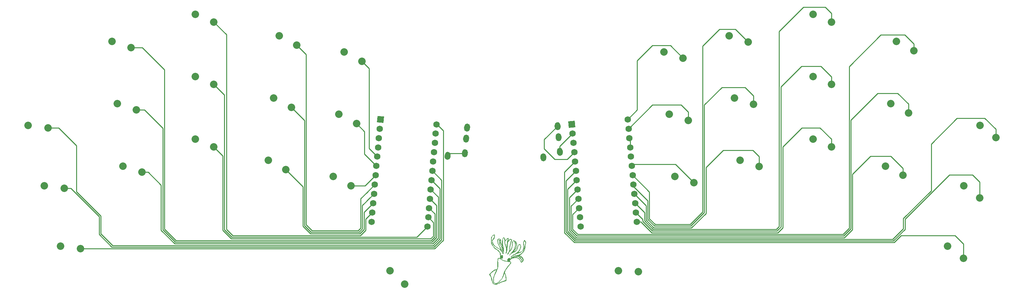
<source format=gbr>
%TF.GenerationSoftware,KiCad,Pcbnew,(5.1.9)-1*%
%TF.CreationDate,2021-06-30T20:34:51+02:00*%
%TF.ProjectId,dosidicus_gigas,646f7369-6469-4637-9573-5f6769676173,VERSION_HERE*%
%TF.SameCoordinates,Original*%
%TF.FileFunction,Copper,L1,Top*%
%TF.FilePolarity,Positive*%
%FSLAX46Y46*%
G04 Gerber Fmt 4.6, Leading zero omitted, Abs format (unit mm)*
G04 Created by KiCad (PCBNEW (5.1.9)-1) date 2021-06-30 20:34:51*
%MOMM*%
%LPD*%
G01*
G04 APERTURE LIST*
%TA.AperFunction,EtchedComponent*%
%ADD10C,0.010000*%
%TD*%
%TA.AperFunction,ComponentPad*%
%ADD11C,2.032000*%
%TD*%
%TA.AperFunction,ComponentPad*%
%ADD12C,0.100000*%
%TD*%
%TA.AperFunction,ComponentPad*%
%ADD13C,1.752600*%
%TD*%
%TA.AperFunction,Conductor*%
%ADD14C,0.250000*%
%TD*%
G04 APERTURE END LIST*
D10*
%TO.C,G\u002A\u002A\u002A*%
G36*
X129804762Y-5302306D02*
G01*
X129710254Y-5270655D01*
X129441321Y-5087579D01*
X129229122Y-4746982D01*
X129075014Y-4251366D01*
X129031421Y-4019525D01*
X128940994Y-3650887D01*
X128795909Y-3247147D01*
X128679091Y-2996356D01*
X128410332Y-2492113D01*
X128896218Y-2044556D01*
X129368707Y-1639718D01*
X129759879Y-1372372D01*
X130078862Y-1236858D01*
X130231929Y-1216434D01*
X130376675Y-1191512D01*
X130484026Y-1103913D01*
X130558887Y-933470D01*
X130606161Y-660016D01*
X130630755Y-263385D01*
X130637572Y276590D01*
X130637005Y449039D01*
X130637077Y938201D01*
X130645567Y1286296D01*
X130665299Y1521494D01*
X130699100Y1671969D01*
X130749794Y1765894D01*
X130771498Y1790070D01*
X130975653Y1892417D01*
X131109452Y1893692D01*
X131247938Y1893252D01*
X131322624Y1990005D01*
X131360717Y2146800D01*
X131383605Y2582330D01*
X131313175Y3041533D01*
X131163606Y3441046D01*
X131131003Y3497557D01*
X130976719Y3680071D01*
X130725176Y3908766D01*
X130423695Y4141668D01*
X130337449Y4201464D01*
X129794439Y4617871D01*
X129379661Y5057976D01*
X129056726Y5557334D01*
X128978028Y5743713D01*
X128929011Y5975259D01*
X128903908Y6293842D01*
X128896958Y6717433D01*
X128896333Y7581199D01*
X129231016Y7923933D01*
X129443902Y8113692D01*
X129636434Y8238155D01*
X129729506Y8266667D01*
X129821936Y8250260D01*
X129862044Y8174062D01*
X129859531Y7997606D01*
X129839431Y7808204D01*
X129792414Y7465658D01*
X129737445Y7248742D01*
X129655621Y7114106D01*
X129528039Y7018402D01*
X129484509Y6994264D01*
X129323821Y6815988D01*
X129275214Y6518231D01*
X129339228Y6108916D01*
X129408643Y5879459D01*
X129476101Y5695408D01*
X129552456Y5540933D01*
X129657725Y5399036D01*
X129811927Y5252719D01*
X130035079Y5084983D01*
X130347198Y4878830D01*
X130768303Y4617261D01*
X131213786Y4346588D01*
X131499239Y4173803D01*
X131437974Y4378735D01*
X131386082Y4530986D01*
X131310118Y4706077D01*
X131192744Y4939477D01*
X131016623Y5266654D01*
X130903229Y5472667D01*
X130692415Y5936350D01*
X130583935Y6364719D01*
X130582742Y6726765D01*
X130666648Y6954488D01*
X130860725Y7128800D01*
X131093677Y7147586D01*
X131336966Y7010653D01*
X131389276Y6959361D01*
X131517826Y6790499D01*
X131532571Y6630751D01*
X131492095Y6490795D01*
X131445812Y6312155D01*
X131481851Y6279228D01*
X131487723Y6282597D01*
X131554103Y6269668D01*
X131555418Y6221997D01*
X131571467Y6055354D01*
X131642268Y5857613D01*
X131737072Y5697416D01*
X131815238Y5642000D01*
X131861040Y5721034D01*
X131891545Y5936259D01*
X131902000Y6237386D01*
X131927846Y6686352D01*
X131999027Y7049086D01*
X132106010Y7308001D01*
X132239260Y7445508D01*
X132389241Y7444020D01*
X132503009Y7346056D01*
X132584976Y7205962D01*
X132624425Y7014619D01*
X132628566Y6724097D01*
X132621403Y6558952D01*
X132616407Y6169562D01*
X132660110Y5850497D01*
X132768031Y5506028D01*
X132809688Y5397533D01*
X132935502Y5028989D01*
X133038685Y4640480D01*
X133088467Y4372000D01*
X133112499Y4216571D01*
X133130521Y4192100D01*
X133143653Y4308256D01*
X133153018Y4574709D01*
X133159552Y4984925D01*
X133171691Y5495894D01*
X133197800Y5879002D01*
X133242796Y6175478D01*
X133311594Y6426552D01*
X133341290Y6508925D01*
X133435007Y6773291D01*
X133496504Y6980889D01*
X133510624Y7060167D01*
X133462904Y7161121D01*
X133334078Y7137427D01*
X133145852Y6998990D01*
X132966931Y6812094D01*
X132777909Y6605635D01*
X132680389Y6527649D01*
X132682006Y6576308D01*
X132790394Y6749784D01*
X132854500Y6839014D01*
X133049572Y7050070D01*
X133265188Y7211912D01*
X133279354Y7219547D01*
X133447255Y7293942D01*
X133528835Y7275881D01*
X133566439Y7203842D01*
X133577665Y7035427D01*
X133536724Y6800248D01*
X133525335Y6760686D01*
X133463353Y6521463D01*
X133471640Y6436204D01*
X133550355Y6504736D01*
X133641003Y6634191D01*
X133877167Y6922234D01*
X134107867Y7063952D01*
X134317775Y7053233D01*
X134442460Y6953780D01*
X134488268Y6854990D01*
X134473928Y6708585D01*
X134391746Y6474481D01*
X134316505Y6297613D01*
X134199078Y5994216D01*
X134118436Y5683660D01*
X134063690Y5311433D01*
X134024888Y4837667D01*
X134002031Y4460936D01*
X133985870Y4152987D01*
X133978087Y3948994D01*
X133979299Y3883633D01*
X134030493Y3932293D01*
X134144116Y4081553D01*
X134213462Y4179967D01*
X134384101Y4497042D01*
X134508703Y4860549D01*
X134570065Y5206635D01*
X134556406Y5452754D01*
X134546441Y5696519D01*
X134600781Y6009922D01*
X134700164Y6322970D01*
X134825325Y6565672D01*
X134880175Y6629098D01*
X135011413Y6731151D01*
X135101992Y6710255D01*
X135197122Y6602853D01*
X135362843Y6455044D01*
X135499050Y6391922D01*
X135642517Y6284774D01*
X135762551Y6048225D01*
X135844357Y5721988D01*
X135863366Y5500583D01*
X135770339Y5500583D01*
X135670376Y6001275D01*
X135639007Y6086500D01*
X135536437Y6278920D01*
X135461734Y6313799D01*
X135437783Y6202858D01*
X135474530Y6002265D01*
X135528404Y5559726D01*
X135480528Y5049580D01*
X135338100Y4533850D01*
X135290384Y4415524D01*
X135108225Y3993381D01*
X135323315Y4195447D01*
X135589839Y4555921D01*
X135741171Y5004882D01*
X135770339Y5500583D01*
X135863366Y5500583D01*
X135873032Y5388000D01*
X135800983Y4895864D01*
X135570126Y4398704D01*
X135176169Y3887471D01*
X135145325Y3854085D01*
X134738333Y3417774D01*
X135181494Y3641635D01*
X135566893Y3906658D01*
X135828330Y4261454D01*
X135985124Y4733351D01*
X135997132Y4795334D01*
X136091237Y5112311D01*
X136236733Y5387529D01*
X136405373Y5578154D01*
X136555470Y5642000D01*
X136755145Y5566207D01*
X136896782Y5366032D01*
X136959578Y5082283D01*
X136948156Y4871674D01*
X136863230Y4556710D01*
X136713609Y4181865D01*
X136531543Y3817460D01*
X136349281Y3533820D01*
X136316181Y3493588D01*
X136236400Y3391299D01*
X136265140Y3361428D01*
X136428289Y3388288D01*
X136474000Y3397952D01*
X136919726Y3543467D01*
X137253508Y3779556D01*
X137455545Y4030052D01*
X137626791Y4407762D01*
X137721815Y4869247D01*
X137731936Y5343002D01*
X137660936Y5721809D01*
X137603428Y5938297D01*
X137614068Y6108368D01*
X137703725Y6312487D01*
X137752748Y6401464D01*
X137951913Y6755832D01*
X138103031Y6569210D01*
X138283551Y6239923D01*
X138305880Y5906855D01*
X138301050Y5891551D01*
X138227648Y5891551D01*
X138226663Y6061407D01*
X138144524Y6271671D01*
X138132783Y6296435D01*
X137985105Y6606119D01*
X137813925Y6335759D01*
X137704282Y6122288D01*
X137695652Y5939603D01*
X137735706Y5798732D01*
X137812082Y5416219D01*
X137819434Y4965508D01*
X137761156Y4527821D01*
X137670765Y4244274D01*
X137411851Y3840840D01*
X137060941Y3530024D01*
X136659219Y3345676D01*
X136548967Y3322226D01*
X136270261Y3246762D01*
X135909988Y3106245D01*
X135512202Y2922926D01*
X135120959Y2719054D01*
X134780314Y2516877D01*
X134534324Y2338645D01*
X134463587Y2269061D01*
X134340063Y2144398D01*
X134275701Y2122000D01*
X134273087Y2133660D01*
X134345859Y2284226D01*
X134544622Y2474130D01*
X134838319Y2679379D01*
X135195897Y2875982D01*
X135292941Y2921563D01*
X135881306Y3273473D01*
X136344570Y3736209D01*
X136675879Y4302592D01*
X136722448Y4418930D01*
X136829703Y4797830D01*
X136861906Y5134951D01*
X136819003Y5391670D01*
X136723963Y5517495D01*
X136545356Y5544452D01*
X136369054Y5421142D01*
X136208520Y5166264D01*
X136077219Y4798516D01*
X136019446Y4539116D01*
X135865247Y4143741D01*
X135567246Y3795396D01*
X135149574Y3519400D01*
X134974084Y3442442D01*
X134428129Y3141172D01*
X134111253Y2859924D01*
X133924942Y2674809D01*
X133834418Y2611304D01*
X133845796Y2673626D01*
X133848390Y2678667D01*
X133953610Y2831255D01*
X134144988Y3065977D01*
X134390128Y3344063D01*
X134534046Y3499238D01*
X134826507Y3822420D01*
X135024949Y4084601D01*
X135162129Y4337039D01*
X135270803Y4630990D01*
X135283742Y4672323D01*
X135398124Y5084674D01*
X135446715Y5406923D01*
X135431599Y5704103D01*
X135354860Y6041246D01*
X135330334Y6125830D01*
X135207596Y6434942D01*
X135078225Y6584862D01*
X134951389Y6584991D01*
X134836258Y6444731D01*
X134742001Y6173485D01*
X134677787Y5780653D01*
X134655483Y5433845D01*
X134614741Y4928880D01*
X134513760Y4533763D01*
X134331641Y4193643D01*
X134057320Y3864000D01*
X133837038Y3599059D01*
X133621545Y3289521D01*
X133559669Y3186667D01*
X133440525Y2996947D01*
X133361527Y2909722D01*
X133342353Y2925254D01*
X133385143Y3057497D01*
X133496856Y3275589D01*
X133612083Y3466770D01*
X133733350Y3668163D01*
X133815519Y3852099D01*
X133869394Y4063371D01*
X133905775Y4346774D01*
X133935466Y4747102D01*
X133940554Y4828849D01*
X133980341Y5324468D01*
X134036632Y5705752D01*
X134120007Y6027591D01*
X134225909Y6309329D01*
X134352675Y6647339D01*
X134391988Y6856453D01*
X134365401Y6937799D01*
X134217276Y6979982D01*
X134020139Y6901568D01*
X133813894Y6726075D01*
X133665383Y6525241D01*
X133532346Y6340756D01*
X133441508Y6303413D01*
X133425617Y6319953D01*
X133381955Y6321059D01*
X133360316Y6186313D01*
X133360120Y6178249D01*
X133357592Y6107667D01*
X133341333Y6107667D01*
X133299000Y6150000D01*
X133256666Y6107667D01*
X133299000Y6065334D01*
X133341333Y6107667D01*
X133357592Y6107667D01*
X133340418Y5628193D01*
X133305124Y5071982D01*
X133257775Y4541980D01*
X133201911Y4070552D01*
X133141070Y3690063D01*
X133078791Y3432879D01*
X133052995Y3369299D01*
X132948871Y3198542D01*
X132873560Y3126239D01*
X132862564Y3129214D01*
X132863611Y3227497D01*
X132911140Y3343183D01*
X132995296Y3636745D01*
X133009718Y4037813D01*
X132958286Y4501399D01*
X132844877Y4982513D01*
X132744988Y5270261D01*
X132607812Y5643554D01*
X132532537Y5946165D01*
X132504619Y6258508D01*
X132507079Y6585641D01*
X132500699Y7022070D01*
X132450595Y7295938D01*
X132356404Y7408373D01*
X132251179Y7384164D01*
X132127146Y7218096D01*
X132044016Y6919102D01*
X132003036Y6518882D01*
X132005454Y6049135D01*
X132052516Y5541560D01*
X132057321Y5515000D01*
X131817333Y5515000D01*
X131775000Y5557334D01*
X131732666Y5515000D01*
X131775000Y5472667D01*
X131817333Y5515000D01*
X132057321Y5515000D01*
X132145470Y5027856D01*
X132156593Y4980470D01*
X132264432Y4476610D01*
X132314264Y4078178D01*
X132308633Y3740310D01*
X132232344Y3740310D01*
X132157197Y3761231D01*
X132083729Y3740934D01*
X131944011Y3726291D01*
X131902528Y3831085D01*
X131902000Y3858295D01*
X131940851Y4010682D01*
X132047611Y4009248D01*
X132121125Y3949675D01*
X132193237Y3937003D01*
X132217486Y4034640D01*
X132197944Y4153052D01*
X132082597Y4164581D01*
X132023760Y4151453D01*
X131869544Y4137714D01*
X131819326Y4227794D01*
X131817333Y4278155D01*
X131850097Y4420660D01*
X131899343Y4456667D01*
X131944694Y4392285D01*
X131930285Y4308500D01*
X131910949Y4223548D01*
X131966928Y4271321D01*
X132014917Y4329667D01*
X132135307Y4514580D01*
X132119087Y4602060D01*
X131965142Y4596233D01*
X131944333Y4591232D01*
X131780284Y4578684D01*
X131732666Y4661724D01*
X131783630Y4806561D01*
X131817333Y4837667D01*
X131893952Y4822721D01*
X131903296Y4779164D01*
X131925384Y4722090D01*
X131983494Y4793099D01*
X132010951Y4930922D01*
X131971350Y4974133D01*
X131926366Y5082009D01*
X131946568Y5137616D01*
X131966402Y5204356D01*
X131900693Y5175526D01*
X131824084Y5156671D01*
X131839932Y5240104D01*
X131825868Y5378637D01*
X131769654Y5420669D01*
X131660497Y5530072D01*
X131648000Y5587951D01*
X131580151Y5723553D01*
X131531691Y5753182D01*
X131428885Y5870798D01*
X131363133Y6088458D01*
X131345208Y6338924D01*
X131385884Y6554957D01*
X131398833Y6582364D01*
X131450331Y6706830D01*
X131402447Y6705554D01*
X131326053Y6721548D01*
X131309333Y6808226D01*
X131253066Y7004907D01*
X131113365Y7085327D01*
X130933883Y7045134D01*
X130758272Y6879973D01*
X130747662Y6864245D01*
X130667376Y6710154D01*
X130647787Y6545976D01*
X130684789Y6306042D01*
X130706632Y6208079D01*
X130804708Y5905811D01*
X130962361Y5544013D01*
X131135485Y5218667D01*
X131306833Y4904531D01*
X131445194Y4602992D01*
X131521475Y4377669D01*
X131522652Y4372000D01*
X131592932Y4133955D01*
X131683069Y3956890D01*
X131689681Y3948667D01*
X131794772Y3795934D01*
X131928259Y3566684D01*
X131972850Y3483000D01*
X132075780Y3310097D01*
X132141487Y3248445D01*
X132153414Y3271334D01*
X132178691Y3452491D01*
X132211885Y3598473D01*
X132232344Y3740310D01*
X132308633Y3740310D01*
X132308501Y3732415D01*
X132249556Y3386560D01*
X132232651Y3316911D01*
X132139969Y2948838D01*
X131870491Y3469400D01*
X131751822Y3686927D01*
X131634125Y3858892D01*
X131487530Y4012608D01*
X131282163Y4175391D01*
X130988153Y4374554D01*
X130632064Y4601801D01*
X130139146Y4927521D01*
X129777644Y5208136D01*
X129525821Y5470778D01*
X129361943Y5742582D01*
X129264273Y6050681D01*
X129216260Y6369196D01*
X129193908Y6648494D01*
X129211818Y6820485D01*
X129288097Y6945744D01*
X129426579Y7072784D01*
X129600402Y7258398D01*
X129698286Y7485174D01*
X129744005Y7737500D01*
X129766644Y8023235D01*
X129730146Y8157162D01*
X129618514Y8146782D01*
X129415745Y7999598D01*
X129334383Y7929564D01*
X129191166Y7793142D01*
X129100991Y7660291D01*
X129046696Y7483470D01*
X129011119Y7215134D01*
X128990540Y6977064D01*
X128977526Y6370831D01*
X129055274Y5872323D01*
X129236207Y5439141D01*
X129532750Y5028886D01*
X129575605Y4980394D01*
X129860602Y4696564D01*
X130190457Y4415049D01*
X130400268Y4260936D01*
X130671523Y4067944D01*
X130910511Y3877009D01*
X131030126Y3765446D01*
X131257159Y3435655D01*
X131418862Y3036183D01*
X131479963Y2660220D01*
X131507763Y2426446D01*
X131572616Y2255334D01*
X131636885Y2178607D01*
X131624218Y2251513D01*
X131616311Y2276500D01*
X131603262Y2497101D01*
X131702907Y2644521D01*
X131824778Y2678667D01*
X131962160Y2608054D01*
X132040841Y2432269D01*
X132046941Y2358781D01*
X131897656Y2358781D01*
X131833791Y2424417D01*
X131827203Y2424667D01*
X131757274Y2352350D01*
X131711803Y2212260D01*
X131697856Y2070490D01*
X131749410Y2067387D01*
X131786599Y2095627D01*
X131879020Y2225641D01*
X131897656Y2358781D01*
X132046941Y2358781D01*
X132059676Y2205390D01*
X132017523Y1981495D01*
X131941716Y1860222D01*
X131789111Y1860222D01*
X131777489Y1910557D01*
X131732666Y1916667D01*
X131662976Y1885689D01*
X131676222Y1860222D01*
X131776702Y1850089D01*
X131789111Y1860222D01*
X131941716Y1860222D01*
X131913237Y1814663D01*
X131843956Y1771923D01*
X131681278Y1794509D01*
X131550146Y1911928D01*
X131440060Y2039303D01*
X131399618Y2037825D01*
X131394000Y1931812D01*
X131471217Y1755267D01*
X131679327Y1563833D01*
X131983016Y1375016D01*
X132346970Y1206322D01*
X132735877Y1075259D01*
X133114423Y999331D01*
X133299000Y987429D01*
X133541459Y992844D01*
X133692042Y1035638D01*
X133806753Y1151451D01*
X133941597Y1375921D01*
X133959476Y1407731D01*
X134146028Y1688890D01*
X134359612Y1939046D01*
X134469884Y2038386D01*
X134786212Y2244979D01*
X135140236Y2423320D01*
X135473829Y2547618D01*
X135717799Y2592141D01*
X136202284Y2666841D01*
X136700241Y2865029D01*
X137147818Y3159546D01*
X137237346Y3238452D01*
X137648072Y3729478D01*
X137905220Y4286700D01*
X138003520Y4883230D01*
X138038374Y5218189D01*
X138108312Y5541904D01*
X138150113Y5666209D01*
X138227648Y5891551D01*
X138301050Y5891551D01*
X138253713Y5741590D01*
X138189391Y5526627D01*
X138139944Y5226655D01*
X138124092Y5043941D01*
X138016820Y4353985D01*
X137777326Y3757870D01*
X137411479Y3265581D01*
X136925151Y2887106D01*
X136823570Y2830950D01*
X136369490Y2593735D01*
X136634190Y2540796D01*
X136801538Y2467000D01*
X136474000Y2467000D01*
X136431666Y2509334D01*
X136389333Y2467000D01*
X136431666Y2424667D01*
X136474000Y2467000D01*
X136801538Y2467000D01*
X136919727Y2414882D01*
X137206749Y2178923D01*
X137331482Y2025603D01*
X137222352Y2025603D01*
X137201751Y2072918D01*
X137116501Y2163812D01*
X137067491Y2145166D01*
X137066666Y2133330D01*
X137126803Y2061718D01*
X137164415Y2035582D01*
X137222352Y2025603D01*
X137331482Y2025603D01*
X137446268Y1884510D01*
X137589300Y1583233D01*
X137595572Y1554620D01*
X137446806Y1554620D01*
X137435797Y1682691D01*
X137393667Y1697790D01*
X137324287Y1714091D01*
X137320666Y1738488D01*
X137265297Y1845810D01*
X137133588Y2007467D01*
X136977136Y2166867D01*
X136847539Y2267414D01*
X136831909Y2274576D01*
X136788077Y2350660D01*
X136788901Y2353371D01*
X136730925Y2381372D01*
X136565395Y2370922D01*
X136563484Y2370623D01*
X136371128Y2370171D01*
X136264753Y2420752D01*
X136144818Y2505390D01*
X136114154Y2509334D01*
X136095683Y2470001D01*
X136174310Y2395257D01*
X136269580Y2297667D01*
X136135333Y2297667D01*
X136093000Y2340000D01*
X136050666Y2297667D01*
X136093000Y2255334D01*
X136135333Y2297667D01*
X136269580Y2297667D01*
X136273870Y2293273D01*
X136227842Y2217954D01*
X136221209Y2213747D01*
X136086081Y2222743D01*
X135947035Y2348990D01*
X135850767Y2457142D01*
X135832063Y2455490D01*
X135837019Y2445236D01*
X135832010Y2382334D01*
X135712000Y2382334D01*
X135669666Y2424667D01*
X135627333Y2382334D01*
X135669666Y2340000D01*
X135712000Y2382334D01*
X135832010Y2382334D01*
X135828510Y2338403D01*
X135724456Y2279233D01*
X135597071Y2292351D01*
X135540185Y2344016D01*
X135467950Y2399877D01*
X135340732Y2390621D01*
X135134017Y2307831D01*
X134823295Y2143087D01*
X134625853Y2030016D01*
X134387788Y1879277D01*
X134301586Y1798445D01*
X134362017Y1794217D01*
X134563852Y1873287D01*
X134698292Y1937271D01*
X135197259Y2100978D01*
X135684957Y2107462D01*
X136135375Y1965874D01*
X136522499Y1685361D01*
X136820320Y1275073D01*
X136868823Y1173864D01*
X136986752Y924108D01*
X137073615Y803734D01*
X137158925Y784003D01*
X137236202Y816108D01*
X137376122Y974958D01*
X137416139Y1136479D01*
X137432225Y1389042D01*
X137446806Y1554620D01*
X137595572Y1554620D01*
X137603079Y1520382D01*
X137613714Y1281667D01*
X137574666Y1281667D01*
X137532333Y1324000D01*
X137490000Y1281667D01*
X137532333Y1239334D01*
X137574666Y1281667D01*
X137613714Y1281667D01*
X137614143Y1272045D01*
X137533832Y1060907D01*
X137437155Y921693D01*
X137235895Y718567D01*
X137065908Y681657D01*
X136923418Y811624D01*
X136829286Y1028206D01*
X136612901Y1471757D01*
X136297943Y1778514D01*
X135882005Y1950013D01*
X135362674Y1987789D01*
X135326722Y1985745D01*
X134847340Y1895149D01*
X134425333Y1701424D01*
X134102107Y1427244D01*
X133980463Y1248506D01*
X133914301Y1087306D01*
X133957149Y997146D01*
X134049190Y944181D01*
X134201319Y790095D01*
X134244485Y663324D01*
X134173313Y663324D01*
X134147701Y758885D01*
X134080751Y820430D01*
X133937834Y859093D01*
X133684319Y886008D01*
X133426000Y903601D01*
X132647807Y1027482D01*
X131953234Y1294277D01*
X131453028Y1616758D01*
X131177802Y1789071D01*
X130970076Y1812732D01*
X130817319Y1688314D01*
X130792952Y1647007D01*
X130741466Y1437679D01*
X130724418Y1065502D01*
X130738131Y596285D01*
X130754512Y42790D01*
X130732519Y-410939D01*
X130660538Y-817901D01*
X130526953Y-1231096D01*
X130320150Y-1703523D01*
X130164703Y-2020333D01*
X129937319Y-2492934D01*
X129781004Y-2874733D01*
X129677256Y-3218629D01*
X129607570Y-3577522D01*
X129598435Y-3639242D01*
X129553644Y-4191910D01*
X129596443Y-4604475D01*
X129725502Y-4875161D01*
X129939492Y-5002193D01*
X130237083Y-4983793D01*
X130520312Y-4870452D01*
X130760255Y-4709438D01*
X131057063Y-4455963D01*
X131366366Y-4153303D01*
X131643789Y-3844731D01*
X131836671Y-3586666D01*
X131921658Y-3415328D01*
X132038324Y-3129987D01*
X132167816Y-2778258D01*
X132237293Y-2574906D01*
X132498562Y-1864443D01*
X132777850Y-1275996D01*
X133101972Y-762477D01*
X133497742Y-276795D01*
X133622979Y-141563D01*
X133912785Y178155D01*
X134089259Y410298D01*
X134167768Y577339D01*
X134173313Y663324D01*
X134244485Y663324D01*
X134256764Y627266D01*
X134246556Y498521D01*
X134174630Y345052D01*
X134022812Y139794D01*
X133772927Y-144316D01*
X133648279Y-278793D01*
X133209375Y-793108D01*
X132873201Y-1281798D01*
X132746653Y-1516553D01*
X132611597Y-1809041D01*
X132545871Y-1992335D01*
X132541828Y-2108066D01*
X132591819Y-2197863D01*
X132616294Y-2226064D01*
X132711079Y-2402468D01*
X132806428Y-2696874D01*
X132891481Y-3058336D01*
X132955373Y-3435907D01*
X132987243Y-3778641D01*
X132985751Y-3947897D01*
X132910975Y-3947897D01*
X132889095Y-3669527D01*
X132839488Y-3326857D01*
X132770465Y-2969450D01*
X132690333Y-2646867D01*
X132613513Y-2422458D01*
X132476122Y-2105000D01*
X132251168Y-2790750D01*
X132117951Y-3150699D01*
X131968408Y-3484340D01*
X131830799Y-3729852D01*
X131806069Y-3764417D01*
X131397470Y-4247824D01*
X130993821Y-4630713D01*
X130610363Y-4905030D01*
X130262338Y-5062723D01*
X129964985Y-5095740D01*
X129733546Y-4996027D01*
X129652661Y-4902226D01*
X129506147Y-4538462D01*
X129459647Y-4070794D01*
X129509388Y-3529120D01*
X129651602Y-2943335D01*
X129882517Y-2343338D01*
X130007346Y-2089923D01*
X130168301Y-1780432D01*
X130293970Y-1530576D01*
X130366809Y-1375662D01*
X130378000Y-1343911D01*
X130307577Y-1302891D01*
X130127966Y-1321506D01*
X129899031Y-1390391D01*
X129722012Y-1492654D01*
X129477334Y-1677717D01*
X129215516Y-1907107D01*
X129194885Y-1926658D01*
X128955625Y-2146387D01*
X128753495Y-2316770D01*
X128627185Y-2405462D01*
X128616951Y-2409794D01*
X128577548Y-2476175D01*
X128618993Y-2637964D01*
X128747251Y-2916965D01*
X128765527Y-2953027D01*
X128920471Y-3316626D01*
X129059239Y-3743769D01*
X129136200Y-4066371D01*
X129255055Y-4556706D01*
X129408200Y-4900571D01*
X129607452Y-5119334D01*
X129765290Y-5203808D01*
X129934953Y-5248598D01*
X130118132Y-5245088D01*
X130346426Y-5184280D01*
X130651433Y-5057177D01*
X131064751Y-4854782D01*
X131157523Y-4807386D01*
X131541007Y-4626684D01*
X131932778Y-4468561D01*
X132267978Y-4358339D01*
X132371762Y-4333320D01*
X132650100Y-4258188D01*
X132841572Y-4169187D01*
X132896820Y-4112405D01*
X132910975Y-3947897D01*
X132985751Y-3947897D01*
X132985658Y-3958355D01*
X132960333Y-4300991D01*
X132367666Y-4435956D01*
X132018972Y-4539607D01*
X131596413Y-4700561D01*
X131172144Y-4890373D01*
X131018527Y-4967794D01*
X130637469Y-5163310D01*
X130364918Y-5285409D01*
X130161519Y-5343201D01*
X129987918Y-5345797D01*
X129804762Y-5302306D01*
G37*
X129804762Y-5302306D02*
X129710254Y-5270655D01*
X129441321Y-5087579D01*
X129229122Y-4746982D01*
X129075014Y-4251366D01*
X129031421Y-4019525D01*
X128940994Y-3650887D01*
X128795909Y-3247147D01*
X128679091Y-2996356D01*
X128410332Y-2492113D01*
X128896218Y-2044556D01*
X129368707Y-1639718D01*
X129759879Y-1372372D01*
X130078862Y-1236858D01*
X130231929Y-1216434D01*
X130376675Y-1191512D01*
X130484026Y-1103913D01*
X130558887Y-933470D01*
X130606161Y-660016D01*
X130630755Y-263385D01*
X130637572Y276590D01*
X130637005Y449039D01*
X130637077Y938201D01*
X130645567Y1286296D01*
X130665299Y1521494D01*
X130699100Y1671969D01*
X130749794Y1765894D01*
X130771498Y1790070D01*
X130975653Y1892417D01*
X131109452Y1893692D01*
X131247938Y1893252D01*
X131322624Y1990005D01*
X131360717Y2146800D01*
X131383605Y2582330D01*
X131313175Y3041533D01*
X131163606Y3441046D01*
X131131003Y3497557D01*
X130976719Y3680071D01*
X130725176Y3908766D01*
X130423695Y4141668D01*
X130337449Y4201464D01*
X129794439Y4617871D01*
X129379661Y5057976D01*
X129056726Y5557334D01*
X128978028Y5743713D01*
X128929011Y5975259D01*
X128903908Y6293842D01*
X128896958Y6717433D01*
X128896333Y7581199D01*
X129231016Y7923933D01*
X129443902Y8113692D01*
X129636434Y8238155D01*
X129729506Y8266667D01*
X129821936Y8250260D01*
X129862044Y8174062D01*
X129859531Y7997606D01*
X129839431Y7808204D01*
X129792414Y7465658D01*
X129737445Y7248742D01*
X129655621Y7114106D01*
X129528039Y7018402D01*
X129484509Y6994264D01*
X129323821Y6815988D01*
X129275214Y6518231D01*
X129339228Y6108916D01*
X129408643Y5879459D01*
X129476101Y5695408D01*
X129552456Y5540933D01*
X129657725Y5399036D01*
X129811927Y5252719D01*
X130035079Y5084983D01*
X130347198Y4878830D01*
X130768303Y4617261D01*
X131213786Y4346588D01*
X131499239Y4173803D01*
X131437974Y4378735D01*
X131386082Y4530986D01*
X131310118Y4706077D01*
X131192744Y4939477D01*
X131016623Y5266654D01*
X130903229Y5472667D01*
X130692415Y5936350D01*
X130583935Y6364719D01*
X130582742Y6726765D01*
X130666648Y6954488D01*
X130860725Y7128800D01*
X131093677Y7147586D01*
X131336966Y7010653D01*
X131389276Y6959361D01*
X131517826Y6790499D01*
X131532571Y6630751D01*
X131492095Y6490795D01*
X131445812Y6312155D01*
X131481851Y6279228D01*
X131487723Y6282597D01*
X131554103Y6269668D01*
X131555418Y6221997D01*
X131571467Y6055354D01*
X131642268Y5857613D01*
X131737072Y5697416D01*
X131815238Y5642000D01*
X131861040Y5721034D01*
X131891545Y5936259D01*
X131902000Y6237386D01*
X131927846Y6686352D01*
X131999027Y7049086D01*
X132106010Y7308001D01*
X132239260Y7445508D01*
X132389241Y7444020D01*
X132503009Y7346056D01*
X132584976Y7205962D01*
X132624425Y7014619D01*
X132628566Y6724097D01*
X132621403Y6558952D01*
X132616407Y6169562D01*
X132660110Y5850497D01*
X132768031Y5506028D01*
X132809688Y5397533D01*
X132935502Y5028989D01*
X133038685Y4640480D01*
X133088467Y4372000D01*
X133112499Y4216571D01*
X133130521Y4192100D01*
X133143653Y4308256D01*
X133153018Y4574709D01*
X133159552Y4984925D01*
X133171691Y5495894D01*
X133197800Y5879002D01*
X133242796Y6175478D01*
X133311594Y6426552D01*
X133341290Y6508925D01*
X133435007Y6773291D01*
X133496504Y6980889D01*
X133510624Y7060167D01*
X133462904Y7161121D01*
X133334078Y7137427D01*
X133145852Y6998990D01*
X132966931Y6812094D01*
X132777909Y6605635D01*
X132680389Y6527649D01*
X132682006Y6576308D01*
X132790394Y6749784D01*
X132854500Y6839014D01*
X133049572Y7050070D01*
X133265188Y7211912D01*
X133279354Y7219547D01*
X133447255Y7293942D01*
X133528835Y7275881D01*
X133566439Y7203842D01*
X133577665Y7035427D01*
X133536724Y6800248D01*
X133525335Y6760686D01*
X133463353Y6521463D01*
X133471640Y6436204D01*
X133550355Y6504736D01*
X133641003Y6634191D01*
X133877167Y6922234D01*
X134107867Y7063952D01*
X134317775Y7053233D01*
X134442460Y6953780D01*
X134488268Y6854990D01*
X134473928Y6708585D01*
X134391746Y6474481D01*
X134316505Y6297613D01*
X134199078Y5994216D01*
X134118436Y5683660D01*
X134063690Y5311433D01*
X134024888Y4837667D01*
X134002031Y4460936D01*
X133985870Y4152987D01*
X133978087Y3948994D01*
X133979299Y3883633D01*
X134030493Y3932293D01*
X134144116Y4081553D01*
X134213462Y4179967D01*
X134384101Y4497042D01*
X134508703Y4860549D01*
X134570065Y5206635D01*
X134556406Y5452754D01*
X134546441Y5696519D01*
X134600781Y6009922D01*
X134700164Y6322970D01*
X134825325Y6565672D01*
X134880175Y6629098D01*
X135011413Y6731151D01*
X135101992Y6710255D01*
X135197122Y6602853D01*
X135362843Y6455044D01*
X135499050Y6391922D01*
X135642517Y6284774D01*
X135762551Y6048225D01*
X135844357Y5721988D01*
X135863366Y5500583D01*
X135770339Y5500583D01*
X135670376Y6001275D01*
X135639007Y6086500D01*
X135536437Y6278920D01*
X135461734Y6313799D01*
X135437783Y6202858D01*
X135474530Y6002265D01*
X135528404Y5559726D01*
X135480528Y5049580D01*
X135338100Y4533850D01*
X135290384Y4415524D01*
X135108225Y3993381D01*
X135323315Y4195447D01*
X135589839Y4555921D01*
X135741171Y5004882D01*
X135770339Y5500583D01*
X135863366Y5500583D01*
X135873032Y5388000D01*
X135800983Y4895864D01*
X135570126Y4398704D01*
X135176169Y3887471D01*
X135145325Y3854085D01*
X134738333Y3417774D01*
X135181494Y3641635D01*
X135566893Y3906658D01*
X135828330Y4261454D01*
X135985124Y4733351D01*
X135997132Y4795334D01*
X136091237Y5112311D01*
X136236733Y5387529D01*
X136405373Y5578154D01*
X136555470Y5642000D01*
X136755145Y5566207D01*
X136896782Y5366032D01*
X136959578Y5082283D01*
X136948156Y4871674D01*
X136863230Y4556710D01*
X136713609Y4181865D01*
X136531543Y3817460D01*
X136349281Y3533820D01*
X136316181Y3493588D01*
X136236400Y3391299D01*
X136265140Y3361428D01*
X136428289Y3388288D01*
X136474000Y3397952D01*
X136919726Y3543467D01*
X137253508Y3779556D01*
X137455545Y4030052D01*
X137626791Y4407762D01*
X137721815Y4869247D01*
X137731936Y5343002D01*
X137660936Y5721809D01*
X137603428Y5938297D01*
X137614068Y6108368D01*
X137703725Y6312487D01*
X137752748Y6401464D01*
X137951913Y6755832D01*
X138103031Y6569210D01*
X138283551Y6239923D01*
X138305880Y5906855D01*
X138301050Y5891551D01*
X138227648Y5891551D01*
X138226663Y6061407D01*
X138144524Y6271671D01*
X138132783Y6296435D01*
X137985105Y6606119D01*
X137813925Y6335759D01*
X137704282Y6122288D01*
X137695652Y5939603D01*
X137735706Y5798732D01*
X137812082Y5416219D01*
X137819434Y4965508D01*
X137761156Y4527821D01*
X137670765Y4244274D01*
X137411851Y3840840D01*
X137060941Y3530024D01*
X136659219Y3345676D01*
X136548967Y3322226D01*
X136270261Y3246762D01*
X135909988Y3106245D01*
X135512202Y2922926D01*
X135120959Y2719054D01*
X134780314Y2516877D01*
X134534324Y2338645D01*
X134463587Y2269061D01*
X134340063Y2144398D01*
X134275701Y2122000D01*
X134273087Y2133660D01*
X134345859Y2284226D01*
X134544622Y2474130D01*
X134838319Y2679379D01*
X135195897Y2875982D01*
X135292941Y2921563D01*
X135881306Y3273473D01*
X136344570Y3736209D01*
X136675879Y4302592D01*
X136722448Y4418930D01*
X136829703Y4797830D01*
X136861906Y5134951D01*
X136819003Y5391670D01*
X136723963Y5517495D01*
X136545356Y5544452D01*
X136369054Y5421142D01*
X136208520Y5166264D01*
X136077219Y4798516D01*
X136019446Y4539116D01*
X135865247Y4143741D01*
X135567246Y3795396D01*
X135149574Y3519400D01*
X134974084Y3442442D01*
X134428129Y3141172D01*
X134111253Y2859924D01*
X133924942Y2674809D01*
X133834418Y2611304D01*
X133845796Y2673626D01*
X133848390Y2678667D01*
X133953610Y2831255D01*
X134144988Y3065977D01*
X134390128Y3344063D01*
X134534046Y3499238D01*
X134826507Y3822420D01*
X135024949Y4084601D01*
X135162129Y4337039D01*
X135270803Y4630990D01*
X135283742Y4672323D01*
X135398124Y5084674D01*
X135446715Y5406923D01*
X135431599Y5704103D01*
X135354860Y6041246D01*
X135330334Y6125830D01*
X135207596Y6434942D01*
X135078225Y6584862D01*
X134951389Y6584991D01*
X134836258Y6444731D01*
X134742001Y6173485D01*
X134677787Y5780653D01*
X134655483Y5433845D01*
X134614741Y4928880D01*
X134513760Y4533763D01*
X134331641Y4193643D01*
X134057320Y3864000D01*
X133837038Y3599059D01*
X133621545Y3289521D01*
X133559669Y3186667D01*
X133440525Y2996947D01*
X133361527Y2909722D01*
X133342353Y2925254D01*
X133385143Y3057497D01*
X133496856Y3275589D01*
X133612083Y3466770D01*
X133733350Y3668163D01*
X133815519Y3852099D01*
X133869394Y4063371D01*
X133905775Y4346774D01*
X133935466Y4747102D01*
X133940554Y4828849D01*
X133980341Y5324468D01*
X134036632Y5705752D01*
X134120007Y6027591D01*
X134225909Y6309329D01*
X134352675Y6647339D01*
X134391988Y6856453D01*
X134365401Y6937799D01*
X134217276Y6979982D01*
X134020139Y6901568D01*
X133813894Y6726075D01*
X133665383Y6525241D01*
X133532346Y6340756D01*
X133441508Y6303413D01*
X133425617Y6319953D01*
X133381955Y6321059D01*
X133360316Y6186313D01*
X133360120Y6178249D01*
X133357592Y6107667D01*
X133341333Y6107667D01*
X133299000Y6150000D01*
X133256666Y6107667D01*
X133299000Y6065334D01*
X133341333Y6107667D01*
X133357592Y6107667D01*
X133340418Y5628193D01*
X133305124Y5071982D01*
X133257775Y4541980D01*
X133201911Y4070552D01*
X133141070Y3690063D01*
X133078791Y3432879D01*
X133052995Y3369299D01*
X132948871Y3198542D01*
X132873560Y3126239D01*
X132862564Y3129214D01*
X132863611Y3227497D01*
X132911140Y3343183D01*
X132995296Y3636745D01*
X133009718Y4037813D01*
X132958286Y4501399D01*
X132844877Y4982513D01*
X132744988Y5270261D01*
X132607812Y5643554D01*
X132532537Y5946165D01*
X132504619Y6258508D01*
X132507079Y6585641D01*
X132500699Y7022070D01*
X132450595Y7295938D01*
X132356404Y7408373D01*
X132251179Y7384164D01*
X132127146Y7218096D01*
X132044016Y6919102D01*
X132003036Y6518882D01*
X132005454Y6049135D01*
X132052516Y5541560D01*
X132057321Y5515000D01*
X131817333Y5515000D01*
X131775000Y5557334D01*
X131732666Y5515000D01*
X131775000Y5472667D01*
X131817333Y5515000D01*
X132057321Y5515000D01*
X132145470Y5027856D01*
X132156593Y4980470D01*
X132264432Y4476610D01*
X132314264Y4078178D01*
X132308633Y3740310D01*
X132232344Y3740310D01*
X132157197Y3761231D01*
X132083729Y3740934D01*
X131944011Y3726291D01*
X131902528Y3831085D01*
X131902000Y3858295D01*
X131940851Y4010682D01*
X132047611Y4009248D01*
X132121125Y3949675D01*
X132193237Y3937003D01*
X132217486Y4034640D01*
X132197944Y4153052D01*
X132082597Y4164581D01*
X132023760Y4151453D01*
X131869544Y4137714D01*
X131819326Y4227794D01*
X131817333Y4278155D01*
X131850097Y4420660D01*
X131899343Y4456667D01*
X131944694Y4392285D01*
X131930285Y4308500D01*
X131910949Y4223548D01*
X131966928Y4271321D01*
X132014917Y4329667D01*
X132135307Y4514580D01*
X132119087Y4602060D01*
X131965142Y4596233D01*
X131944333Y4591232D01*
X131780284Y4578684D01*
X131732666Y4661724D01*
X131783630Y4806561D01*
X131817333Y4837667D01*
X131893952Y4822721D01*
X131903296Y4779164D01*
X131925384Y4722090D01*
X131983494Y4793099D01*
X132010951Y4930922D01*
X131971350Y4974133D01*
X131926366Y5082009D01*
X131946568Y5137616D01*
X131966402Y5204356D01*
X131900693Y5175526D01*
X131824084Y5156671D01*
X131839932Y5240104D01*
X131825868Y5378637D01*
X131769654Y5420669D01*
X131660497Y5530072D01*
X131648000Y5587951D01*
X131580151Y5723553D01*
X131531691Y5753182D01*
X131428885Y5870798D01*
X131363133Y6088458D01*
X131345208Y6338924D01*
X131385884Y6554957D01*
X131398833Y6582364D01*
X131450331Y6706830D01*
X131402447Y6705554D01*
X131326053Y6721548D01*
X131309333Y6808226D01*
X131253066Y7004907D01*
X131113365Y7085327D01*
X130933883Y7045134D01*
X130758272Y6879973D01*
X130747662Y6864245D01*
X130667376Y6710154D01*
X130647787Y6545976D01*
X130684789Y6306042D01*
X130706632Y6208079D01*
X130804708Y5905811D01*
X130962361Y5544013D01*
X131135485Y5218667D01*
X131306833Y4904531D01*
X131445194Y4602992D01*
X131521475Y4377669D01*
X131522652Y4372000D01*
X131592932Y4133955D01*
X131683069Y3956890D01*
X131689681Y3948667D01*
X131794772Y3795934D01*
X131928259Y3566684D01*
X131972850Y3483000D01*
X132075780Y3310097D01*
X132141487Y3248445D01*
X132153414Y3271334D01*
X132178691Y3452491D01*
X132211885Y3598473D01*
X132232344Y3740310D01*
X132308633Y3740310D01*
X132308501Y3732415D01*
X132249556Y3386560D01*
X132232651Y3316911D01*
X132139969Y2948838D01*
X131870491Y3469400D01*
X131751822Y3686927D01*
X131634125Y3858892D01*
X131487530Y4012608D01*
X131282163Y4175391D01*
X130988153Y4374554D01*
X130632064Y4601801D01*
X130139146Y4927521D01*
X129777644Y5208136D01*
X129525821Y5470778D01*
X129361943Y5742582D01*
X129264273Y6050681D01*
X129216260Y6369196D01*
X129193908Y6648494D01*
X129211818Y6820485D01*
X129288097Y6945744D01*
X129426579Y7072784D01*
X129600402Y7258398D01*
X129698286Y7485174D01*
X129744005Y7737500D01*
X129766644Y8023235D01*
X129730146Y8157162D01*
X129618514Y8146782D01*
X129415745Y7999598D01*
X129334383Y7929564D01*
X129191166Y7793142D01*
X129100991Y7660291D01*
X129046696Y7483470D01*
X129011119Y7215134D01*
X128990540Y6977064D01*
X128977526Y6370831D01*
X129055274Y5872323D01*
X129236207Y5439141D01*
X129532750Y5028886D01*
X129575605Y4980394D01*
X129860602Y4696564D01*
X130190457Y4415049D01*
X130400268Y4260936D01*
X130671523Y4067944D01*
X130910511Y3877009D01*
X131030126Y3765446D01*
X131257159Y3435655D01*
X131418862Y3036183D01*
X131479963Y2660220D01*
X131507763Y2426446D01*
X131572616Y2255334D01*
X131636885Y2178607D01*
X131624218Y2251513D01*
X131616311Y2276500D01*
X131603262Y2497101D01*
X131702907Y2644521D01*
X131824778Y2678667D01*
X131962160Y2608054D01*
X132040841Y2432269D01*
X132046941Y2358781D01*
X131897656Y2358781D01*
X131833791Y2424417D01*
X131827203Y2424667D01*
X131757274Y2352350D01*
X131711803Y2212260D01*
X131697856Y2070490D01*
X131749410Y2067387D01*
X131786599Y2095627D01*
X131879020Y2225641D01*
X131897656Y2358781D01*
X132046941Y2358781D01*
X132059676Y2205390D01*
X132017523Y1981495D01*
X131941716Y1860222D01*
X131789111Y1860222D01*
X131777489Y1910557D01*
X131732666Y1916667D01*
X131662976Y1885689D01*
X131676222Y1860222D01*
X131776702Y1850089D01*
X131789111Y1860222D01*
X131941716Y1860222D01*
X131913237Y1814663D01*
X131843956Y1771923D01*
X131681278Y1794509D01*
X131550146Y1911928D01*
X131440060Y2039303D01*
X131399618Y2037825D01*
X131394000Y1931812D01*
X131471217Y1755267D01*
X131679327Y1563833D01*
X131983016Y1375016D01*
X132346970Y1206322D01*
X132735877Y1075259D01*
X133114423Y999331D01*
X133299000Y987429D01*
X133541459Y992844D01*
X133692042Y1035638D01*
X133806753Y1151451D01*
X133941597Y1375921D01*
X133959476Y1407731D01*
X134146028Y1688890D01*
X134359612Y1939046D01*
X134469884Y2038386D01*
X134786212Y2244979D01*
X135140236Y2423320D01*
X135473829Y2547618D01*
X135717799Y2592141D01*
X136202284Y2666841D01*
X136700241Y2865029D01*
X137147818Y3159546D01*
X137237346Y3238452D01*
X137648072Y3729478D01*
X137905220Y4286700D01*
X138003520Y4883230D01*
X138038374Y5218189D01*
X138108312Y5541904D01*
X138150113Y5666209D01*
X138227648Y5891551D01*
X138301050Y5891551D01*
X138253713Y5741590D01*
X138189391Y5526627D01*
X138139944Y5226655D01*
X138124092Y5043941D01*
X138016820Y4353985D01*
X137777326Y3757870D01*
X137411479Y3265581D01*
X136925151Y2887106D01*
X136823570Y2830950D01*
X136369490Y2593735D01*
X136634190Y2540796D01*
X136801538Y2467000D01*
X136474000Y2467000D01*
X136431666Y2509334D01*
X136389333Y2467000D01*
X136431666Y2424667D01*
X136474000Y2467000D01*
X136801538Y2467000D01*
X136919727Y2414882D01*
X137206749Y2178923D01*
X137331482Y2025603D01*
X137222352Y2025603D01*
X137201751Y2072918D01*
X137116501Y2163812D01*
X137067491Y2145166D01*
X137066666Y2133330D01*
X137126803Y2061718D01*
X137164415Y2035582D01*
X137222352Y2025603D01*
X137331482Y2025603D01*
X137446268Y1884510D01*
X137589300Y1583233D01*
X137595572Y1554620D01*
X137446806Y1554620D01*
X137435797Y1682691D01*
X137393667Y1697790D01*
X137324287Y1714091D01*
X137320666Y1738488D01*
X137265297Y1845810D01*
X137133588Y2007467D01*
X136977136Y2166867D01*
X136847539Y2267414D01*
X136831909Y2274576D01*
X136788077Y2350660D01*
X136788901Y2353371D01*
X136730925Y2381372D01*
X136565395Y2370922D01*
X136563484Y2370623D01*
X136371128Y2370171D01*
X136264753Y2420752D01*
X136144818Y2505390D01*
X136114154Y2509334D01*
X136095683Y2470001D01*
X136174310Y2395257D01*
X136269580Y2297667D01*
X136135333Y2297667D01*
X136093000Y2340000D01*
X136050666Y2297667D01*
X136093000Y2255334D01*
X136135333Y2297667D01*
X136269580Y2297667D01*
X136273870Y2293273D01*
X136227842Y2217954D01*
X136221209Y2213747D01*
X136086081Y2222743D01*
X135947035Y2348990D01*
X135850767Y2457142D01*
X135832063Y2455490D01*
X135837019Y2445236D01*
X135832010Y2382334D01*
X135712000Y2382334D01*
X135669666Y2424667D01*
X135627333Y2382334D01*
X135669666Y2340000D01*
X135712000Y2382334D01*
X135832010Y2382334D01*
X135828510Y2338403D01*
X135724456Y2279233D01*
X135597071Y2292351D01*
X135540185Y2344016D01*
X135467950Y2399877D01*
X135340732Y2390621D01*
X135134017Y2307831D01*
X134823295Y2143087D01*
X134625853Y2030016D01*
X134387788Y1879277D01*
X134301586Y1798445D01*
X134362017Y1794217D01*
X134563852Y1873287D01*
X134698292Y1937271D01*
X135197259Y2100978D01*
X135684957Y2107462D01*
X136135375Y1965874D01*
X136522499Y1685361D01*
X136820320Y1275073D01*
X136868823Y1173864D01*
X136986752Y924108D01*
X137073615Y803734D01*
X137158925Y784003D01*
X137236202Y816108D01*
X137376122Y974958D01*
X137416139Y1136479D01*
X137432225Y1389042D01*
X137446806Y1554620D01*
X137595572Y1554620D01*
X137603079Y1520382D01*
X137613714Y1281667D01*
X137574666Y1281667D01*
X137532333Y1324000D01*
X137490000Y1281667D01*
X137532333Y1239334D01*
X137574666Y1281667D01*
X137613714Y1281667D01*
X137614143Y1272045D01*
X137533832Y1060907D01*
X137437155Y921693D01*
X137235895Y718567D01*
X137065908Y681657D01*
X136923418Y811624D01*
X136829286Y1028206D01*
X136612901Y1471757D01*
X136297943Y1778514D01*
X135882005Y1950013D01*
X135362674Y1987789D01*
X135326722Y1985745D01*
X134847340Y1895149D01*
X134425333Y1701424D01*
X134102107Y1427244D01*
X133980463Y1248506D01*
X133914301Y1087306D01*
X133957149Y997146D01*
X134049190Y944181D01*
X134201319Y790095D01*
X134244485Y663324D01*
X134173313Y663324D01*
X134147701Y758885D01*
X134080751Y820430D01*
X133937834Y859093D01*
X133684319Y886008D01*
X133426000Y903601D01*
X132647807Y1027482D01*
X131953234Y1294277D01*
X131453028Y1616758D01*
X131177802Y1789071D01*
X130970076Y1812732D01*
X130817319Y1688314D01*
X130792952Y1647007D01*
X130741466Y1437679D01*
X130724418Y1065502D01*
X130738131Y596285D01*
X130754512Y42790D01*
X130732519Y-410939D01*
X130660538Y-817901D01*
X130526953Y-1231096D01*
X130320150Y-1703523D01*
X130164703Y-2020333D01*
X129937319Y-2492934D01*
X129781004Y-2874733D01*
X129677256Y-3218629D01*
X129607570Y-3577522D01*
X129598435Y-3639242D01*
X129553644Y-4191910D01*
X129596443Y-4604475D01*
X129725502Y-4875161D01*
X129939492Y-5002193D01*
X130237083Y-4983793D01*
X130520312Y-4870452D01*
X130760255Y-4709438D01*
X131057063Y-4455963D01*
X131366366Y-4153303D01*
X131643789Y-3844731D01*
X131836671Y-3586666D01*
X131921658Y-3415328D01*
X132038324Y-3129987D01*
X132167816Y-2778258D01*
X132237293Y-2574906D01*
X132498562Y-1864443D01*
X132777850Y-1275996D01*
X133101972Y-762477D01*
X133497742Y-276795D01*
X133622979Y-141563D01*
X133912785Y178155D01*
X134089259Y410298D01*
X134167768Y577339D01*
X134173313Y663324D01*
X134244485Y663324D01*
X134256764Y627266D01*
X134246556Y498521D01*
X134174630Y345052D01*
X134022812Y139794D01*
X133772927Y-144316D01*
X133648279Y-278793D01*
X133209375Y-793108D01*
X132873201Y-1281798D01*
X132746653Y-1516553D01*
X132611597Y-1809041D01*
X132545871Y-1992335D01*
X132541828Y-2108066D01*
X132591819Y-2197863D01*
X132616294Y-2226064D01*
X132711079Y-2402468D01*
X132806428Y-2696874D01*
X132891481Y-3058336D01*
X132955373Y-3435907D01*
X132987243Y-3778641D01*
X132985751Y-3947897D01*
X132910975Y-3947897D01*
X132889095Y-3669527D01*
X132839488Y-3326857D01*
X132770465Y-2969450D01*
X132690333Y-2646867D01*
X132613513Y-2422458D01*
X132476122Y-2105000D01*
X132251168Y-2790750D01*
X132117951Y-3150699D01*
X131968408Y-3484340D01*
X131830799Y-3729852D01*
X131806069Y-3764417D01*
X131397470Y-4247824D01*
X130993821Y-4630713D01*
X130610363Y-4905030D01*
X130262338Y-5062723D01*
X129964985Y-5095740D01*
X129733546Y-4996027D01*
X129652661Y-4902226D01*
X129506147Y-4538462D01*
X129459647Y-4070794D01*
X129509388Y-3529120D01*
X129651602Y-2943335D01*
X129882517Y-2343338D01*
X130007346Y-2089923D01*
X130168301Y-1780432D01*
X130293970Y-1530576D01*
X130366809Y-1375662D01*
X130378000Y-1343911D01*
X130307577Y-1302891D01*
X130127966Y-1321506D01*
X129899031Y-1390391D01*
X129722012Y-1492654D01*
X129477334Y-1677717D01*
X129215516Y-1907107D01*
X129194885Y-1926658D01*
X128955625Y-2146387D01*
X128753495Y-2316770D01*
X128627185Y-2405462D01*
X128616951Y-2409794D01*
X128577548Y-2476175D01*
X128618993Y-2637964D01*
X128747251Y-2916965D01*
X128765527Y-2953027D01*
X128920471Y-3316626D01*
X129059239Y-3743769D01*
X129136200Y-4066371D01*
X129255055Y-4556706D01*
X129408200Y-4900571D01*
X129607452Y-5119334D01*
X129765290Y-5203808D01*
X129934953Y-5248598D01*
X130118132Y-5245088D01*
X130346426Y-5184280D01*
X130651433Y-5057177D01*
X131064751Y-4854782D01*
X131157523Y-4807386D01*
X131541007Y-4626684D01*
X131932778Y-4468561D01*
X132267978Y-4358339D01*
X132371762Y-4333320D01*
X132650100Y-4258188D01*
X132841572Y-4169187D01*
X132896820Y-4112405D01*
X132910975Y-3947897D01*
X132985751Y-3947897D01*
X132985658Y-3958355D01*
X132960333Y-4300991D01*
X132367666Y-4435956D01*
X132018972Y-4539607D01*
X131596413Y-4700561D01*
X131172144Y-4890373D01*
X131018527Y-4967794D01*
X130637469Y-5163310D01*
X130364918Y-5285409D01*
X130161519Y-5343201D01*
X129987918Y-5345797D01*
X129804762Y-5302306D01*
G36*
X133384745Y1100204D02*
G01*
X133273299Y1217998D01*
X133267518Y1407170D01*
X133359379Y1613603D01*
X133479751Y1741188D01*
X133726398Y1889554D01*
X133902238Y1895307D01*
X133985510Y1796283D01*
X133989104Y1651044D01*
X133744617Y1651044D01*
X133680000Y1640930D01*
X133564549Y1537797D01*
X133533326Y1443984D01*
X133531491Y1349639D01*
X133567188Y1408667D01*
X133670926Y1565687D01*
X133713862Y1605613D01*
X133744617Y1651044D01*
X133989104Y1651044D01*
X133989320Y1642331D01*
X133924214Y1482499D01*
X133825435Y1378819D01*
X133747337Y1377044D01*
X133693095Y1382526D01*
X133708319Y1346675D01*
X133702370Y1230214D01*
X133592579Y1128418D01*
X133441236Y1088734D01*
X133384745Y1100204D01*
G37*
X133384745Y1100204D02*
X133273299Y1217998D01*
X133267518Y1407170D01*
X133359379Y1613603D01*
X133479751Y1741188D01*
X133726398Y1889554D01*
X133902238Y1895307D01*
X133985510Y1796283D01*
X133989104Y1651044D01*
X133744617Y1651044D01*
X133680000Y1640930D01*
X133564549Y1537797D01*
X133533326Y1443984D01*
X133531491Y1349639D01*
X133567188Y1408667D01*
X133670926Y1565687D01*
X133713862Y1605613D01*
X133744617Y1651044D01*
X133989104Y1651044D01*
X133989320Y1642331D01*
X133924214Y1482499D01*
X133825435Y1378819D01*
X133747337Y1377044D01*
X133693095Y1382526D01*
X133708319Y1346675D01*
X133702370Y1230214D01*
X133592579Y1128418D01*
X133441236Y1088734D01*
X133384745Y1100204D01*
G36*
X131056218Y6556214D02*
G01*
X131009612Y6690522D01*
X131032945Y6776723D01*
X131149813Y6825163D01*
X131218506Y6726561D01*
X131224666Y6658000D01*
X131192968Y6520362D01*
X131149058Y6488667D01*
X131056218Y6556214D01*
G37*
X131056218Y6556214D02*
X131009612Y6690522D01*
X131032945Y6776723D01*
X131149813Y6825163D01*
X131218506Y6726561D01*
X131224666Y6658000D01*
X131192968Y6520362D01*
X131149058Y6488667D01*
X131056218Y6556214D01*
G36*
X131057448Y6114019D02*
G01*
X131025671Y6250434D01*
X131054304Y6317668D01*
X131124257Y6392195D01*
X131180618Y6311545D01*
X131188238Y6292143D01*
X131208702Y6136563D01*
X131149002Y6068911D01*
X131057448Y6114019D01*
G37*
X131057448Y6114019D02*
X131025671Y6250434D01*
X131054304Y6317668D01*
X131124257Y6392195D01*
X131180618Y6311545D01*
X131188238Y6292143D01*
X131208702Y6136563D01*
X131149002Y6068911D01*
X131057448Y6114019D01*
G36*
X131141736Y5706468D02*
G01*
X131097124Y5835880D01*
X131131888Y5933320D01*
X131244507Y5930834D01*
X131255191Y5921921D01*
X131284227Y5853667D01*
X131224666Y5853667D01*
X131182333Y5896000D01*
X131140000Y5853667D01*
X131182333Y5811334D01*
X131224666Y5853667D01*
X131284227Y5853667D01*
X131306379Y5801598D01*
X131287925Y5679260D01*
X131233725Y5642000D01*
X131141736Y5706468D01*
G37*
X131141736Y5706468D02*
X131097124Y5835880D01*
X131131888Y5933320D01*
X131244507Y5930834D01*
X131255191Y5921921D01*
X131284227Y5853667D01*
X131224666Y5853667D01*
X131182333Y5896000D01*
X131140000Y5853667D01*
X131182333Y5811334D01*
X131224666Y5853667D01*
X131284227Y5853667D01*
X131306379Y5801598D01*
X131287925Y5679260D01*
X131233725Y5642000D01*
X131141736Y5706468D01*
G36*
X131334875Y5405882D02*
G01*
X131309333Y5477664D01*
X131362606Y5552203D01*
X131469722Y5525706D01*
X131524481Y5467034D01*
X131531840Y5430334D01*
X131478666Y5430334D01*
X131436333Y5472667D01*
X131394000Y5430334D01*
X131436333Y5388000D01*
X131478666Y5430334D01*
X131531840Y5430334D01*
X131547346Y5353013D01*
X131535111Y5331556D01*
X131436084Y5325172D01*
X131334875Y5405882D01*
G37*
X131334875Y5405882D02*
X131309333Y5477664D01*
X131362606Y5552203D01*
X131469722Y5525706D01*
X131524481Y5467034D01*
X131531840Y5430334D01*
X131478666Y5430334D01*
X131436333Y5472667D01*
X131394000Y5430334D01*
X131436333Y5388000D01*
X131478666Y5430334D01*
X131531840Y5430334D01*
X131547346Y5353013D01*
X131535111Y5331556D01*
X131436084Y5325172D01*
X131334875Y5405882D01*
G36*
X131578085Y5032440D02*
G01*
X131563333Y5091667D01*
X131614907Y5208276D01*
X131732001Y5187256D01*
X131760889Y5162222D01*
X131814820Y5038299D01*
X131726698Y4967506D01*
X131690333Y4964667D01*
X131578085Y5032440D01*
G37*
X131578085Y5032440D02*
X131563333Y5091667D01*
X131614907Y5208276D01*
X131732001Y5187256D01*
X131760889Y5162222D01*
X131814820Y5038299D01*
X131726698Y4967506D01*
X131690333Y4964667D01*
X131578085Y5032440D01*
G36*
X136794640Y1733085D02*
G01*
X136754579Y1824172D01*
X136644112Y1979881D01*
X136550839Y2027913D01*
X136417661Y2103111D01*
X136389333Y2162740D01*
X136441610Y2248587D01*
X136574168Y2221801D01*
X136701661Y2128334D01*
X136558666Y2128334D01*
X136516333Y2170667D01*
X136474000Y2128334D01*
X136516333Y2086000D01*
X136558666Y2128334D01*
X136701661Y2128334D01*
X136750600Y2092457D01*
X136791500Y2051437D01*
X136926618Y1874334D01*
X136897333Y1874334D01*
X136855000Y1916667D01*
X136812666Y1874334D01*
X136855000Y1832000D01*
X136897333Y1874334D01*
X136926618Y1874334D01*
X136940051Y1856727D01*
X136976697Y1717812D01*
X136894375Y1662732D01*
X136889407Y1662667D01*
X136794640Y1733085D01*
G37*
X136794640Y1733085D02*
X136754579Y1824172D01*
X136644112Y1979881D01*
X136550839Y2027913D01*
X136417661Y2103111D01*
X136389333Y2162740D01*
X136441610Y2248587D01*
X136574168Y2221801D01*
X136701661Y2128334D01*
X136558666Y2128334D01*
X136516333Y2170667D01*
X136474000Y2128334D01*
X136516333Y2086000D01*
X136558666Y2128334D01*
X136701661Y2128334D01*
X136750600Y2092457D01*
X136791500Y2051437D01*
X136926618Y1874334D01*
X136897333Y1874334D01*
X136855000Y1916667D01*
X136812666Y1874334D01*
X136855000Y1832000D01*
X136897333Y1874334D01*
X136926618Y1874334D01*
X136940051Y1856727D01*
X136976697Y1717812D01*
X136894375Y1662732D01*
X136889407Y1662667D01*
X136794640Y1733085D01*
G36*
X137106874Y1349768D02*
G01*
X137048322Y1393145D01*
X136992442Y1509486D01*
X137046958Y1592158D01*
X137141101Y1637128D01*
X137201351Y1546173D01*
X137202874Y1535667D01*
X137151333Y1535667D01*
X137109000Y1578000D01*
X137066666Y1535667D01*
X137109000Y1493334D01*
X137151333Y1535667D01*
X137202874Y1535667D01*
X137222887Y1397659D01*
X137202715Y1347160D01*
X137106874Y1349768D01*
G37*
X137106874Y1349768D02*
X137048322Y1393145D01*
X136992442Y1509486D01*
X137046958Y1592158D01*
X137141101Y1637128D01*
X137201351Y1546173D01*
X137202874Y1535667D01*
X137151333Y1535667D01*
X137109000Y1578000D01*
X137066666Y1535667D01*
X137109000Y1493334D01*
X137151333Y1535667D01*
X137202874Y1535667D01*
X137222887Y1397659D01*
X137202715Y1347160D01*
X137106874Y1349768D01*
G36*
X137093893Y1034687D02*
G01*
X137108677Y1136237D01*
X137220125Y1219931D01*
X137306491Y1183082D01*
X137320666Y1119389D01*
X137316543Y1112334D01*
X137236000Y1112334D01*
X137193666Y1154667D01*
X137151333Y1112334D01*
X137193666Y1070000D01*
X137236000Y1112334D01*
X137316543Y1112334D01*
X137252497Y1002757D01*
X137186611Y985334D01*
X137093893Y1034687D01*
G37*
X137093893Y1034687D02*
X137108677Y1136237D01*
X137220125Y1219931D01*
X137306491Y1183082D01*
X137320666Y1119389D01*
X137316543Y1112334D01*
X137236000Y1112334D01*
X137193666Y1154667D01*
X137151333Y1112334D01*
X137193666Y1070000D01*
X137236000Y1112334D01*
X137316543Y1112334D01*
X137252497Y1002757D01*
X137186611Y985334D01*
X137093893Y1034687D01*
%TD*%
D11*
%TO.P,S1,1*%
%TO.N,P1*%
X17446217Y4385313D03*
%TO.P,S1,2*%
%TO.N,GND*%
X12073068Y5119662D03*
%TD*%
%TO.P,S2,1*%
%TO.N,P3*%
X13046317Y20806113D03*
%TO.P,S2,2*%
%TO.N,GND*%
X7673168Y21540462D03*
%TD*%
%TO.P,S3,1*%
%TO.N,P4*%
X8646317Y37226813D03*
%TO.P,S3,2*%
%TO.N,GND*%
X3273168Y37961162D03*
%TD*%
%TO.P,S4,1*%
%TO.N,P5*%
X34154882Y25236119D03*
%TO.P,S4,2*%
%TO.N,GND*%
X28990881Y26892349D03*
%TD*%
%TO.P,S5,1*%
%TO.N,P6*%
X32673182Y42171419D03*
%TO.P,S5,2*%
%TO.N,GND*%
X27509181Y43827649D03*
%TD*%
%TO.P,S6,1*%
%TO.N,P7*%
X31191582Y59106719D03*
%TO.P,S6,2*%
%TO.N,GND*%
X26027581Y60762949D03*
%TD*%
%TO.P,S7,1*%
%TO.N,P8*%
X53624400Y32093400D03*
%TO.P,S7,2*%
%TO.N,GND*%
X48624400Y34193400D03*
%TD*%
%TO.P,S8,1*%
%TO.N,P9*%
X53624400Y49093400D03*
%TO.P,S8,2*%
%TO.N,GND*%
X48624400Y51193400D03*
%TD*%
%TO.P,S9,1*%
%TO.N,P16*%
X53624400Y66093400D03*
%TO.P,S9,2*%
%TO.N,GND*%
X48624400Y68193400D03*
%TD*%
%TO.P,S10,1*%
%TO.N,P14*%
X73218165Y25911761D03*
%TO.P,S10,2*%
%TO.N,GND*%
X68420219Y28439549D03*
%TD*%
%TO.P,S11,1*%
%TO.N,P15*%
X74699865Y42847061D03*
%TO.P,S11,2*%
%TO.N,GND*%
X69901919Y45374849D03*
%TD*%
%TO.P,S12,1*%
%TO.N,P18*%
X76181465Y59782461D03*
%TO.P,S12,2*%
%TO.N,GND*%
X71383519Y62310249D03*
%TD*%
%TO.P,S13,1*%
%TO.N,P19*%
X90902765Y21520461D03*
%TO.P,S13,2*%
%TO.N,GND*%
X86104819Y24048249D03*
%TD*%
%TO.P,S14,1*%
%TO.N,P20*%
X92384365Y38455761D03*
%TO.P,S14,2*%
%TO.N,GND*%
X87586419Y40983549D03*
%TD*%
%TO.P,S15,1*%
%TO.N,P21*%
X93866065Y55391061D03*
%TO.P,S15,2*%
%TO.N,GND*%
X89068119Y57918849D03*
%TD*%
%TO.P,S16,1*%
%TO.N,P10*%
X105436140Y-5271769D03*
%TO.P,S16,2*%
%TO.N,GND*%
X101455919Y-1588314D03*
%TD*%
%TO.P,S17,1*%
%TO.N,P21*%
X257089142Y1797123D03*
%TO.P,S17,2*%
%TO.N,GND*%
X252803032Y5119662D03*
%TD*%
%TO.P,S18,1*%
%TO.N,P20*%
X261489142Y18217923D03*
%TO.P,S18,2*%
%TO.N,GND*%
X257203032Y21540462D03*
%TD*%
%TO.P,S19,1*%
%TO.N,P19*%
X265889142Y34638623D03*
%TO.P,S19,2*%
%TO.N,GND*%
X261603032Y37961162D03*
%TD*%
%TO.P,S20,1*%
%TO.N,P18*%
X240683165Y24364561D03*
%TO.P,S20,2*%
%TO.N,GND*%
X235885219Y26892349D03*
%TD*%
%TO.P,S21,1*%
%TO.N,P15*%
X242164165Y41299861D03*
%TO.P,S21,2*%
%TO.N,GND*%
X237366219Y43827649D03*
%TD*%
%TO.P,S22,1*%
%TO.N,P14*%
X243646165Y58235161D03*
%TO.P,S22,2*%
%TO.N,GND*%
X238848219Y60762949D03*
%TD*%
%TO.P,S23,1*%
%TO.N,P9*%
X221252000Y32093400D03*
%TO.P,S23,2*%
%TO.N,GND*%
X216252000Y34193400D03*
%TD*%
%TO.P,S24,1*%
%TO.N,P8*%
X221251540Y49093389D03*
%TO.P,S24,2*%
%TO.N,GND*%
X216251540Y51193389D03*
%TD*%
%TO.P,S25,1*%
%TO.N,P7*%
X221252000Y66093400D03*
%TO.P,S25,2*%
%TO.N,GND*%
X216252000Y68193400D03*
%TD*%
%TO.P,S26,1*%
%TO.N,P6*%
X201619782Y26783319D03*
%TO.P,S26,2*%
%TO.N,GND*%
X196455781Y28439549D03*
%TD*%
%TO.P,S27,1*%
%TO.N,P5*%
X200137782Y43718619D03*
%TO.P,S27,2*%
%TO.N,GND*%
X194973781Y45374849D03*
%TD*%
%TO.P,S28,1*%
%TO.N,P4*%
X198656782Y60654019D03*
%TO.P,S28,2*%
%TO.N,GND*%
X193492781Y62310249D03*
%TD*%
%TO.P,S29,1*%
%TO.N,P3*%
X183934782Y22392019D03*
%TO.P,S29,2*%
%TO.N,GND*%
X178770781Y24048249D03*
%TD*%
%TO.P,S30,1*%
%TO.N,P0*%
X182453782Y39327319D03*
%TO.P,S30,2*%
%TO.N,GND*%
X177289781Y40983549D03*
%TD*%
%TO.P,S31,1*%
%TO.N,P1*%
X180971782Y56262619D03*
%TO.P,S31,2*%
%TO.N,GND*%
X175807781Y57918849D03*
%TD*%
%TO.P,S32,1*%
%TO.N,P10*%
X168836787Y-1851567D03*
%TO.P,S32,2*%
%TO.N,GND*%
X163420081Y-1588314D03*
%TD*%
%TA.AperFunction,ComponentPad*%
D12*
%TO.P,C1,1*%
%TO.N,RAW*%
G36*
X98088971Y40512707D02*
G01*
X99834902Y40359958D01*
X99682153Y38614027D01*
X97936222Y38766776D01*
X98088971Y40512707D01*
G37*
%TD.AperFunction*%
D13*
%TO.P,C1,2*%
%TO.N,GND*%
X98664187Y37033032D03*
%TO.P,C1,3*%
%TO.N,RST*%
X98442811Y34502698D03*
%TO.P,C1,4*%
%TO.N,VCC*%
X98221435Y31972363D03*
%TO.P,C1,5*%
%TO.N,P21*%
X98000060Y29442029D03*
%TO.P,C1,6*%
%TO.N,P20*%
X97778684Y26911694D03*
%TO.P,C1,7*%
%TO.N,P19*%
X97557309Y24381359D03*
%TO.P,C1,8*%
%TO.N,P18*%
X97335933Y21851025D03*
%TO.P,C1,9*%
%TO.N,P15*%
X97114557Y19320690D03*
%TO.P,C1,10*%
%TO.N,P14*%
X96893182Y16790356D03*
%TO.P,C1,11*%
%TO.N,P16*%
X96671806Y14260021D03*
%TO.P,C1,12*%
%TO.N,P10*%
X96450431Y11729687D03*
%TO.P,C1,13*%
%TO.N,P1*%
X114067569Y38235113D03*
%TO.P,C1,14*%
%TO.N,P0*%
X113846194Y35704779D03*
%TO.P,C1,15*%
%TO.N,GND*%
X113624818Y33174444D03*
%TO.P,C1,16*%
X113403443Y30644110D03*
%TO.P,C1,17*%
%TO.N,P2*%
X113182067Y28113775D03*
%TO.P,C1,18*%
%TO.N,P3*%
X112960691Y25583441D03*
%TO.P,C1,19*%
%TO.N,P4*%
X112739316Y23053106D03*
%TO.P,C1,20*%
%TO.N,P5*%
X112517940Y20522771D03*
%TO.P,C1,21*%
%TO.N,P6*%
X112296565Y17992437D03*
%TO.P,C1,22*%
%TO.N,P7*%
X112075189Y15462102D03*
%TO.P,C1,23*%
%TO.N,P8*%
X111853813Y12931768D03*
%TO.P,C1,24*%
%TO.N,P9*%
X111632438Y10401433D03*
%TD*%
%TO.P,T1,1*%
%TO.N,GND*%
%TA.AperFunction,ComponentPad*%
G36*
G01*
X116289541Y29437983D02*
X116341835Y30035699D01*
G75*
G02*
X117208516Y30762930I796956J-69725D01*
G01*
X117208516Y30762930D01*
G75*
G02*
X117935747Y29896249I-69725J-796956D01*
G01*
X117883453Y29298533D01*
G75*
G02*
X117016772Y28571302I-796956J69725D01*
G01*
X117016772Y28571302D01*
G75*
G02*
X116289541Y29437983I69725J796956D01*
G01*
G37*
%TD.AperFunction*%
%TO.P,T1,2*%
%TA.AperFunction,ComponentPad*%
G36*
G01*
X120967908Y30132881D02*
X121020202Y30730597D01*
G75*
G02*
X121886883Y31457828I796956J-69725D01*
G01*
X121886883Y31457828D01*
G75*
G02*
X122614114Y30591147I-69725J-796956D01*
G01*
X122561820Y29993431D01*
G75*
G02*
X121695139Y29266200I-796956J69725D01*
G01*
X121695139Y29266200D01*
G75*
G02*
X120967908Y30132881I69725J796956D01*
G01*
G37*
%TD.AperFunction*%
%TO.P,T1,3*%
%TO.N,P2*%
%TA.AperFunction,ComponentPad*%
G36*
G01*
X121316531Y34117660D02*
X121368825Y34715376D01*
G75*
G02*
X122235506Y35442607I796956J-69725D01*
G01*
X122235506Y35442607D01*
G75*
G02*
X122962737Y34575926I-69725J-796956D01*
G01*
X122910443Y33978210D01*
G75*
G02*
X122043762Y33250979I-796956J69725D01*
G01*
X122043762Y33250979D01*
G75*
G02*
X121316531Y34117660I69725J796956D01*
G01*
G37*
%TD.AperFunction*%
%TO.P,T1,4*%
%TO.N,VCC*%
%TA.AperFunction,ComponentPad*%
G36*
G01*
X121577999Y37106244D02*
X121630293Y37703960D01*
G75*
G02*
X122496974Y38431191I796956J-69725D01*
G01*
X122496974Y38431191D01*
G75*
G02*
X123224205Y37564510I-69725J-796956D01*
G01*
X123171911Y36966794D01*
G75*
G02*
X122305230Y36239563I-796956J69725D01*
G01*
X122305230Y36239563D01*
G75*
G02*
X121577999Y37106244I69725J796956D01*
G01*
G37*
%TD.AperFunction*%
%TD*%
%TA.AperFunction,ComponentPad*%
D12*
%TO.P,C2,1*%
%TO.N,RAW*%
G36*
X149859091Y39031704D02*
G01*
X151605022Y39184453D01*
X151757771Y37438522D01*
X150011840Y37285773D01*
X149859091Y39031704D01*
G37*
%TD.AperFunction*%
D13*
%TO.P,C2,2*%
%TO.N,GND*%
X151029806Y35704779D03*
%TO.P,C2,3*%
%TO.N,RST*%
X151251182Y33174444D03*
%TO.P,C2,4*%
%TO.N,VCC*%
X151472557Y30644110D03*
%TO.P,C2,5*%
%TO.N,P21*%
X151693933Y28113775D03*
%TO.P,C2,6*%
%TO.N,P20*%
X151915309Y25583441D03*
%TO.P,C2,7*%
%TO.N,P19*%
X152136684Y23053106D03*
%TO.P,C2,8*%
%TO.N,P18*%
X152358060Y20522771D03*
%TO.P,C2,9*%
%TO.N,P15*%
X152579435Y17992437D03*
%TO.P,C2,10*%
%TO.N,P14*%
X152800811Y15462102D03*
%TO.P,C2,11*%
%TO.N,P16*%
X153022187Y12931768D03*
%TO.P,C2,12*%
%TO.N,P10*%
X153243562Y10401433D03*
%TO.P,C2,13*%
%TO.N,P1*%
X165990438Y39563367D03*
%TO.P,C2,14*%
%TO.N,P0*%
X166211813Y37033032D03*
%TO.P,C2,15*%
%TO.N,GND*%
X166433189Y34502698D03*
%TO.P,C2,16*%
X166654565Y31972363D03*
%TO.P,C2,17*%
%TO.N,P2*%
X166875940Y29442029D03*
%TO.P,C2,18*%
%TO.N,P3*%
X167097316Y26911694D03*
%TO.P,C2,19*%
%TO.N,P4*%
X167318691Y24381359D03*
%TO.P,C2,20*%
%TO.N,P5*%
X167540067Y21851025D03*
%TO.P,C2,21*%
%TO.N,P6*%
X167761443Y19320690D03*
%TO.P,C2,22*%
%TO.N,P7*%
X167982818Y16790356D03*
%TO.P,C2,23*%
%TO.N,P8*%
X168204194Y14260021D03*
%TO.P,C2,24*%
%TO.N,P9*%
X168425569Y11729687D03*
%TD*%
%TO.P,T2,1*%
%TO.N,GND*%
%TA.AperFunction,ComponentPad*%
G36*
G01*
X142310555Y28888900D02*
X142258261Y29486616D01*
G75*
G02*
X142985492Y30353297I796956J69725D01*
G01*
X142985492Y30353297D01*
G75*
G02*
X143852173Y29626066I69725J-796956D01*
G01*
X143904467Y29028350D01*
G75*
G02*
X143177236Y28161669I-796956J-69725D01*
G01*
X143177236Y28161669D01*
G75*
G02*
X142310555Y28888900I-69725J796956D01*
G01*
G37*
%TD.AperFunction*%
%TO.P,T2,2*%
%TA.AperFunction,ComponentPad*%
G36*
G01*
X146797180Y30385631D02*
X146744886Y30983347D01*
G75*
G02*
X147472117Y31850028I796956J69725D01*
G01*
X147472117Y31850028D01*
G75*
G02*
X148338798Y31122797I69725J-796956D01*
G01*
X148391092Y30525081D01*
G75*
G02*
X147663861Y29658400I-796956J-69725D01*
G01*
X147663861Y29658400D01*
G75*
G02*
X146797180Y30385631I-69725J796956D01*
G01*
G37*
%TD.AperFunction*%
%TO.P,T2,3*%
%TO.N,P2*%
%TA.AperFunction,ComponentPad*%
G36*
G01*
X146448557Y34370410D02*
X146396263Y34968126D01*
G75*
G02*
X147123494Y35834807I796956J69725D01*
G01*
X147123494Y35834807D01*
G75*
G02*
X147990175Y35107576I69725J-796956D01*
G01*
X148042469Y34509860D01*
G75*
G02*
X147315238Y33643179I-796956J-69725D01*
G01*
X147315238Y33643179D01*
G75*
G02*
X146448557Y34370410I-69725J796956D01*
G01*
G37*
%TD.AperFunction*%
%TO.P,T2,4*%
%TO.N,VCC*%
%TA.AperFunction,ComponentPad*%
G36*
G01*
X146187089Y37358994D02*
X146134795Y37956710D01*
G75*
G02*
X146862026Y38823391I796956J69725D01*
G01*
X146862026Y38823391D01*
G75*
G02*
X147728707Y38096160I69725J-796956D01*
G01*
X147781001Y37498444D01*
G75*
G02*
X147053770Y36631763I-796956J-69725D01*
G01*
X147053770Y36631763D01*
G75*
G02*
X146187089Y37358994I-69725J796956D01*
G01*
G37*
%TD.AperFunction*%
%TD*%
D14*
%TO.N,P1*%
X17446200Y4385400D02*
X37294100Y4385400D01*
X37294100Y4385400D02*
X37298800Y4390000D01*
X37298800Y4390000D02*
X113590000Y4390000D01*
X113590000Y4390000D02*
X115925000Y6725000D01*
X115925000Y6725000D02*
X115925000Y36535000D01*
X115925000Y36535000D02*
X114225000Y38235100D01*
X114225000Y38235100D02*
X114068000Y38235100D01*
X180971782Y56262619D02*
X177564401Y59670000D01*
X177564401Y59670000D02*
X172650000Y59670000D01*
X172650000Y59670000D02*
X168570000Y55590000D01*
X168570000Y42142929D02*
X165990438Y39563367D01*
X168570000Y55590000D02*
X168570000Y42142929D01*
%TO.N,GND*%
X121791000Y30362000D02*
X117807000Y30362000D01*
X117807000Y30362000D02*
X117113000Y29667100D01*
X147567989Y32242962D02*
X151029806Y35704779D01*
X147567989Y30754214D02*
X147567989Y32242962D01*
X166654565Y34281322D02*
X166433189Y34502698D01*
X166654565Y31972363D02*
X166654565Y34281322D01*
%TO.N,P3*%
X13046300Y20806100D02*
X14883900Y20806100D01*
X14883900Y20806100D02*
X22550000Y13140000D01*
X22550000Y13140000D02*
X22550000Y8280000D01*
X22550000Y8280000D02*
X25990000Y4840000D01*
X25990000Y4840000D02*
X113404000Y4840000D01*
X113404000Y4840000D02*
X115475000Y6911400D01*
X115475000Y6911400D02*
X115475000Y23069200D01*
X115475000Y23069200D02*
X112961000Y25583400D01*
X183934782Y22392019D02*
X178936801Y27390000D01*
X167575622Y27390000D02*
X167097316Y26911694D01*
X178936801Y27390000D02*
X167575622Y27390000D01*
%TO.N,P4*%
X8646400Y37226800D02*
X11583200Y37226800D01*
X11583200Y37226800D02*
X16400000Y32410000D01*
X16400000Y32410000D02*
X16400000Y19926400D01*
X16400000Y19926400D02*
X23000000Y13326400D01*
X23000000Y13326400D02*
X23000000Y8466400D01*
X23000000Y8466400D02*
X26176400Y5290000D01*
X26176400Y5290000D02*
X113217000Y5290000D01*
X113217000Y5290000D02*
X115025000Y7097800D01*
X115025000Y7097800D02*
X115025000Y20767500D01*
X115025000Y20767500D02*
X112739000Y23053100D01*
X195180801Y64130000D02*
X198656782Y60654019D01*
X190910000Y64130000D02*
X195180801Y64130000D01*
X186300000Y14390000D02*
X186300000Y59520000D01*
X186300000Y59520000D02*
X190910000Y64130000D01*
X173430060Y11020060D02*
X182930060Y11020060D01*
X171870039Y12580081D02*
X173430060Y11020060D01*
X182930060Y11020060D02*
X186300000Y14390000D01*
X171870039Y19830011D02*
X171870039Y12580081D01*
X167318691Y24381359D02*
X171870039Y19830011D01*
%TO.N,P5*%
X34154900Y25236100D02*
X35823900Y25236100D01*
X35823900Y25236100D02*
X39370000Y21690000D01*
X39370000Y21690000D02*
X39370000Y9400000D01*
X39370000Y9400000D02*
X43030000Y5740000D01*
X43030000Y5740000D02*
X113031000Y5740000D01*
X113031000Y5740000D02*
X114575000Y7284200D01*
X114575000Y7284200D02*
X114575000Y18465800D01*
X114575000Y18465800D02*
X112518000Y20522700D01*
X167540067Y21319992D02*
X167540067Y21851025D01*
X173243660Y10570050D02*
X171420030Y12393680D01*
X183116460Y10570050D02*
X173243660Y10570050D01*
X171420030Y12393680D02*
X171420028Y17440031D01*
X186750010Y43510010D02*
X186750009Y14203599D01*
X191530000Y48290000D02*
X186750010Y43510010D01*
X186750009Y14203599D02*
X183116460Y10570050D01*
X197820000Y48290000D02*
X191530000Y48290000D01*
X171420028Y17440031D02*
X167540067Y21319992D01*
X200137782Y45972218D02*
X197820000Y48290000D01*
X200137782Y43718619D02*
X200137782Y45972218D01*
%TO.N,P6*%
X32673200Y42171400D02*
X34818600Y42171400D01*
X34818600Y42171400D02*
X39820000Y37170000D01*
X39820000Y37170000D02*
X39820000Y9586400D01*
X39820000Y9586400D02*
X43216400Y6190000D01*
X112844000Y6190000D02*
X112844000Y6196200D01*
X112844000Y6196200D02*
X113578000Y6930000D01*
X113578000Y6930000D02*
X113584000Y6930000D01*
X113584000Y6930000D02*
X114125000Y7470600D01*
X114125000Y7470600D02*
X114125000Y16164100D01*
X114125000Y16164100D02*
X112297000Y17992400D01*
X170970020Y16112113D02*
X167761443Y19320690D01*
X173057260Y10120040D02*
X170970021Y12207279D01*
X183302860Y10120040D02*
X173057260Y10120040D01*
X170970021Y12207279D02*
X170970020Y16112113D01*
X187200018Y14017198D02*
X183302860Y10120040D01*
X187200019Y26480019D02*
X187200018Y14017198D01*
X191890000Y31170000D02*
X187200019Y26480019D01*
X201619782Y29510218D02*
X199960000Y31170000D01*
X199960000Y31170000D02*
X191890000Y31170000D01*
X201619782Y26783319D02*
X201619782Y29510218D01*
X43216400Y6190000D02*
X112844000Y6190000D01*
%TO.N,P7*%
X31191600Y59106700D02*
X34241800Y59106700D01*
X34241800Y59106700D02*
X40270000Y53078500D01*
X40270000Y53078500D02*
X40270000Y26650000D01*
X40270000Y26650000D02*
X40290000Y26630000D01*
X40290000Y26630000D02*
X40290000Y9752800D01*
X40290000Y9752800D02*
X43402800Y6640100D01*
X43402800Y6640100D02*
X112652000Y6640100D01*
X112652000Y6640100D02*
X113392000Y7380000D01*
X113392000Y7380000D02*
X113398000Y7380000D01*
X113398000Y7380000D02*
X113675000Y7657000D01*
X113675000Y7657000D02*
X113675000Y13862400D01*
X113675000Y13862400D02*
X112075000Y15462100D01*
X213620000Y70080000D02*
X219570000Y70080000D01*
X207066790Y63526790D02*
X213620000Y70080000D01*
X207066790Y10413200D02*
X207066790Y63526790D01*
X206323620Y9670030D02*
X207066790Y10413200D01*
X219570000Y70080000D02*
X221252000Y68398000D01*
X172870860Y9670030D02*
X206323620Y9670030D01*
X170520010Y12020880D02*
X172870860Y9670030D01*
X170520010Y14253164D02*
X170520010Y12020880D01*
X221252000Y68398000D02*
X221252000Y66093400D01*
X167982818Y16790356D02*
X170520010Y14253164D01*
%TO.N,P8*%
X53624400Y32093400D02*
X56070000Y29647800D01*
X56070000Y29647800D02*
X56070000Y9420000D01*
X56070000Y9420000D02*
X58399900Y7090100D01*
X58399900Y7090100D02*
X112465000Y7090100D01*
X112465000Y7090100D02*
X113205000Y7830000D01*
X113205000Y7830000D02*
X113205000Y7965400D01*
X113205000Y7965400D02*
X113225000Y7985000D01*
X113225000Y7985000D02*
X113225000Y11560700D01*
X113225000Y11560700D02*
X111854000Y12931700D01*
X221251540Y49093389D02*
X221251540Y51148460D01*
X221251540Y51148460D02*
X218360000Y54040000D01*
X218360000Y54040000D02*
X213140000Y54040000D01*
X213140000Y54040000D02*
X207550000Y48450000D01*
X207550000Y48450000D02*
X207550000Y10260000D01*
X206670000Y9380000D02*
X206510020Y9220020D01*
X207550000Y10260000D02*
X206920000Y9630000D01*
X206920000Y9630000D02*
X206670000Y9380000D01*
X175769980Y9220020D02*
X206460020Y9220020D01*
X172684460Y9220020D02*
X175769980Y9220020D01*
X170070001Y11834479D02*
X172684460Y9220020D01*
X170070000Y12394215D02*
X170070001Y11834479D01*
X168204194Y14260021D02*
X170070000Y12394215D01*
%TO.N,P9*%
X53624400Y49093400D02*
X56520000Y46197700D01*
X56520000Y46197700D02*
X56520000Y9606400D01*
X56520000Y9606400D02*
X58586300Y7540100D01*
X58586300Y7540100D02*
X108771000Y7540100D01*
X108771000Y7540100D02*
X111633000Y10401400D01*
X221252000Y34198000D02*
X221252000Y32093400D01*
X213240000Y37270000D02*
X218180000Y37270000D01*
X208030000Y32060000D02*
X213240000Y37270000D01*
X206720010Y8770010D02*
X208030000Y10080000D01*
X172498060Y8770010D02*
X206720010Y8770010D01*
X169619992Y11648078D02*
X172498060Y8770010D01*
X218180000Y37270000D02*
X221252000Y34198000D01*
X208030000Y10080000D02*
X208030000Y32060000D01*
X169619992Y11729687D02*
X169619992Y11648078D01*
X168425569Y11729687D02*
X169619992Y11729687D01*
%TO.N,P16*%
X96671800Y14260000D02*
X96671900Y14260000D01*
X93430100Y7990100D02*
X94890000Y9450000D01*
X57080000Y62637800D02*
X57080000Y9682800D01*
X58772700Y7990100D02*
X93430100Y7990100D01*
X57080000Y9682800D02*
X58772700Y7990100D01*
X53624400Y66093400D02*
X57080000Y62637800D01*
X94890000Y12478215D02*
X96671806Y14260021D01*
X94890000Y9450000D02*
X94890000Y12478215D01*
%TO.N,P14*%
X243646000Y58235200D02*
X243646000Y60093800D01*
X243646000Y60093800D02*
X241170000Y62570000D01*
X241170000Y62570000D02*
X234660000Y62570000D01*
X234660000Y62570000D02*
X226070000Y53980000D01*
X226070000Y53980000D02*
X226070000Y9980000D01*
X226070000Y9980000D02*
X224410000Y8320000D01*
X224410000Y8320000D02*
X152410000Y8320000D01*
X152410000Y8320000D02*
X151039000Y9690700D01*
X151039000Y9690700D02*
X151039000Y13700600D01*
X151039000Y13700600D02*
X152801000Y15462100D01*
X96893300Y16599700D02*
X96893300Y16790300D01*
X94439990Y9636400D02*
X94419991Y9656399D01*
X93243690Y8440100D02*
X94439990Y9636400D01*
X79897100Y8440100D02*
X93243690Y8440100D01*
X77811900Y10525300D02*
X79897100Y8440100D01*
X77811900Y21278100D02*
X77811900Y10525300D01*
X75320000Y23770000D02*
X77811900Y21278100D01*
X75320000Y23810000D02*
X75320000Y23770000D01*
X94419991Y9656399D02*
X94419991Y14126391D01*
X73218200Y25911800D02*
X75320000Y23810000D01*
X94419991Y14317165D02*
X96893182Y16790356D01*
X94419991Y14126391D02*
X94419991Y14317165D01*
%TO.N,P15*%
X242164000Y41299900D02*
X242164000Y43755800D01*
X242164000Y43755800D02*
X239220000Y46700000D01*
X239220000Y46700000D02*
X233850000Y46700000D01*
X233850000Y46700000D02*
X226520000Y39370000D01*
X226520000Y39370000D02*
X226520000Y9793600D01*
X226520000Y9793600D02*
X224596000Y7870000D01*
X224596000Y7870000D02*
X152224000Y7870000D01*
X152224000Y7870000D02*
X150589000Y9504300D01*
X150589000Y9504300D02*
X150589000Y16002300D01*
X150589000Y16002300D02*
X152579000Y17992400D01*
X96012000Y18218000D02*
X97114700Y19320700D01*
X95133809Y17339809D02*
X96012000Y18218000D01*
X93057280Y8890100D02*
X93969981Y9802801D01*
X93969981Y9802801D02*
X93969981Y14312791D01*
X80083500Y8890100D02*
X93057280Y8890100D01*
X78261900Y10711700D02*
X80083500Y8890100D01*
X78261900Y39288100D02*
X78261900Y10711700D01*
X76893100Y40656900D02*
X78261900Y39288100D01*
X76890000Y40656900D02*
X76893100Y40656900D01*
X74699800Y42847100D02*
X76890000Y40656900D01*
X93969981Y16176114D02*
X97114557Y19320690D01*
X93969981Y14312791D02*
X93969981Y16176114D01*
%TO.N,P18*%
X240683000Y24364600D02*
X240683000Y26226800D01*
X240683000Y26226800D02*
X237360000Y29550000D01*
X237360000Y29550000D02*
X231880000Y29550000D01*
X231880000Y29550000D02*
X226970000Y24640000D01*
X226970000Y24640000D02*
X226970000Y9607200D01*
X226970000Y9607200D02*
X224783000Y7420000D01*
X224783000Y7420000D02*
X152037000Y7420000D01*
X152037000Y7420000D02*
X150139000Y9317800D01*
X150139000Y9317800D02*
X150139000Y18304000D01*
X150139000Y18304000D02*
X152358000Y20522800D01*
X95177500Y19692500D02*
X97336000Y21851000D01*
X93519971Y9989201D02*
X93519971Y18034971D01*
X92870870Y9340100D02*
X93519971Y9989201D01*
X93519971Y18034971D02*
X95177500Y19692500D01*
X80269900Y9340100D02*
X92870870Y9340100D01*
X78711900Y10898100D02*
X80269900Y9340100D01*
X78711900Y57251900D02*
X78711900Y10898100D01*
X76181500Y59782400D02*
X78711900Y57251900D01*
%TO.N,P19*%
X248330000Y20186400D02*
X240770000Y12626400D01*
X240770000Y12626400D02*
X240770000Y9850000D01*
X240770000Y9850000D02*
X237890000Y6970000D01*
X237890000Y6970000D02*
X151851000Y6970000D01*
X151851000Y6970000D02*
X149689000Y9131400D01*
X149689000Y9131400D02*
X149689000Y20605700D01*
X149689000Y20605700D02*
X152137000Y23053100D01*
X247777000Y19633200D02*
X248330000Y20186400D01*
X248330000Y20186400D02*
X248330000Y32880000D01*
X248330000Y32880000D02*
X255345000Y39895300D01*
X255345000Y39895300D02*
X262885000Y39895300D01*
X262885000Y39895300D02*
X265889000Y36890900D01*
X265889000Y36890900D02*
X265889000Y34638600D01*
X90902700Y21520400D02*
X94696500Y21520400D01*
X94696500Y21520400D02*
X97557400Y24381300D01*
%TO.N,P20*%
X261489000Y18217900D02*
X261489000Y22530900D01*
X261489000Y22530900D02*
X259520000Y24500000D01*
X259520000Y24500000D02*
X253280000Y24500000D01*
X253280000Y24500000D02*
X241220000Y12440000D01*
X241220000Y12440000D02*
X241220000Y9663600D01*
X241220000Y9663600D02*
X238076000Y6520000D01*
X238076000Y6520000D02*
X151664000Y6520000D01*
X151664000Y6520000D02*
X149239000Y8945100D01*
X149239000Y8945100D02*
X149239000Y22907400D01*
X149239000Y22907400D02*
X151915000Y25583400D01*
X92384400Y38455700D02*
X94560000Y36280100D01*
X94560000Y36280100D02*
X94560000Y30130400D01*
X94560000Y30130400D02*
X97778800Y26911700D01*
%TO.N,P21*%
X257089000Y1797100D02*
X257089000Y5660900D01*
X257089000Y5660900D02*
X254780000Y7970000D01*
X254780000Y7970000D02*
X240163000Y7970000D01*
X240163000Y7970000D02*
X238263000Y6070000D01*
X238263000Y6070000D02*
X151478000Y6070000D01*
X151478000Y6070000D02*
X148789000Y8758700D01*
X148789000Y8758700D02*
X148789000Y25209100D01*
X148789000Y25209100D02*
X151694000Y28113800D01*
X93866000Y55391100D02*
X95787100Y53470000D01*
X95787100Y53470000D02*
X95787100Y31655100D01*
X95787100Y31655100D02*
X98000200Y29442000D01*
%TO.N,P0*%
X182453782Y39327319D02*
X182453782Y41586218D01*
X182453782Y41586218D02*
X180510000Y43530000D01*
X172708781Y43530000D02*
X166211813Y37033032D01*
X180510000Y43530000D02*
X172708781Y43530000D01*
%TO.N,VCC*%
X146957898Y37727577D02*
X143330000Y34099679D01*
X143330000Y34099679D02*
X143330000Y31560000D01*
X143330000Y31560000D02*
X146180000Y28710000D01*
X149538447Y28710000D02*
X151472557Y30644110D01*
X146180000Y28710000D02*
X149538447Y28710000D01*
%TD*%
M02*

</source>
